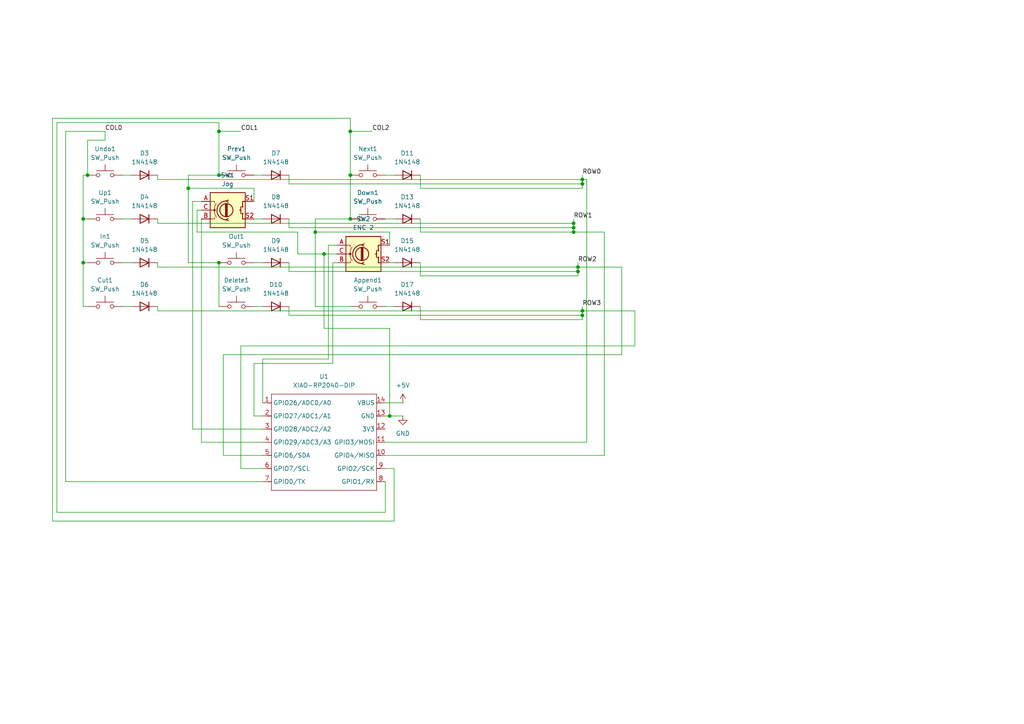
<source format=kicad_sch>
(kicad_sch
	(version 20250114)
	(generator "eeschema")
	(generator_version "9.0")
	(uuid "abfe19b6-8868-4033-bc74-a22a3e973161")
	(paper "A4")
	(lib_symbols
		(symbol "Device:RotaryEncoder_Switch"
			(pin_names
				(offset 0.254)
				(hide yes)
			)
			(exclude_from_sim no)
			(in_bom yes)
			(on_board yes)
			(property "Reference" "SW"
				(at 0 6.604 0)
				(effects
					(font
						(size 1.27 1.27)
					)
				)
			)
			(property "Value" "RotaryEncoder_Switch"
				(at 0 -6.604 0)
				(effects
					(font
						(size 1.27 1.27)
					)
				)
			)
			(property "Footprint" ""
				(at -3.81 4.064 0)
				(effects
					(font
						(size 1.27 1.27)
					)
					(hide yes)
				)
			)
			(property "Datasheet" "~"
				(at 0 6.604 0)
				(effects
					(font
						(size 1.27 1.27)
					)
					(hide yes)
				)
			)
			(property "Description" "Rotary encoder, dual channel, incremental quadrate outputs, with switch"
				(at 0 0 0)
				(effects
					(font
						(size 1.27 1.27)
					)
					(hide yes)
				)
			)
			(property "ki_keywords" "rotary switch encoder switch push button"
				(at 0 0 0)
				(effects
					(font
						(size 1.27 1.27)
					)
					(hide yes)
				)
			)
			(property "ki_fp_filters" "RotaryEncoder*Switch*"
				(at 0 0 0)
				(effects
					(font
						(size 1.27 1.27)
					)
					(hide yes)
				)
			)
			(symbol "RotaryEncoder_Switch_0_1"
				(rectangle
					(start -5.08 5.08)
					(end 5.08 -5.08)
					(stroke
						(width 0.254)
						(type default)
					)
					(fill
						(type background)
					)
				)
				(polyline
					(pts
						(xy -5.08 2.54) (xy -3.81 2.54) (xy -3.81 2.032)
					)
					(stroke
						(width 0)
						(type default)
					)
					(fill
						(type none)
					)
				)
				(polyline
					(pts
						(xy -5.08 0) (xy -3.81 0) (xy -3.81 -1.016) (xy -3.302 -2.032)
					)
					(stroke
						(width 0)
						(type default)
					)
					(fill
						(type none)
					)
				)
				(polyline
					(pts
						(xy -5.08 -2.54) (xy -3.81 -2.54) (xy -3.81 -2.032)
					)
					(stroke
						(width 0)
						(type default)
					)
					(fill
						(type none)
					)
				)
				(polyline
					(pts
						(xy -4.318 0) (xy -3.81 0) (xy -3.81 1.016) (xy -3.302 2.032)
					)
					(stroke
						(width 0)
						(type default)
					)
					(fill
						(type none)
					)
				)
				(circle
					(center -3.81 0)
					(radius 0.254)
					(stroke
						(width 0)
						(type default)
					)
					(fill
						(type outline)
					)
				)
				(polyline
					(pts
						(xy -0.635 -1.778) (xy -0.635 1.778)
					)
					(stroke
						(width 0.254)
						(type default)
					)
					(fill
						(type none)
					)
				)
				(circle
					(center -0.381 0)
					(radius 1.905)
					(stroke
						(width 0.254)
						(type default)
					)
					(fill
						(type none)
					)
				)
				(polyline
					(pts
						(xy -0.381 -1.778) (xy -0.381 1.778)
					)
					(stroke
						(width 0.254)
						(type default)
					)
					(fill
						(type none)
					)
				)
				(arc
					(start -0.381 -2.794)
					(mid -3.0988 -0.0635)
					(end -0.381 2.667)
					(stroke
						(width 0.254)
						(type default)
					)
					(fill
						(type none)
					)
				)
				(polyline
					(pts
						(xy -0.127 1.778) (xy -0.127 -1.778)
					)
					(stroke
						(width 0.254)
						(type default)
					)
					(fill
						(type none)
					)
				)
				(polyline
					(pts
						(xy 0.254 2.921) (xy -0.508 2.667) (xy 0.127 2.286)
					)
					(stroke
						(width 0.254)
						(type default)
					)
					(fill
						(type none)
					)
				)
				(polyline
					(pts
						(xy 0.254 -3.048) (xy -0.508 -2.794) (xy 0.127 -2.413)
					)
					(stroke
						(width 0.254)
						(type default)
					)
					(fill
						(type none)
					)
				)
				(polyline
					(pts
						(xy 3.81 1.016) (xy 3.81 -1.016)
					)
					(stroke
						(width 0.254)
						(type default)
					)
					(fill
						(type none)
					)
				)
				(polyline
					(pts
						(xy 3.81 0) (xy 3.429 0)
					)
					(stroke
						(width 0.254)
						(type default)
					)
					(fill
						(type none)
					)
				)
				(circle
					(center 4.318 1.016)
					(radius 0.127)
					(stroke
						(width 0.254)
						(type default)
					)
					(fill
						(type none)
					)
				)
				(circle
					(center 4.318 -1.016)
					(radius 0.127)
					(stroke
						(width 0.254)
						(type default)
					)
					(fill
						(type none)
					)
				)
				(polyline
					(pts
						(xy 5.08 2.54) (xy 4.318 2.54) (xy 4.318 1.016)
					)
					(stroke
						(width 0.254)
						(type default)
					)
					(fill
						(type none)
					)
				)
				(polyline
					(pts
						(xy 5.08 -2.54) (xy 4.318 -2.54) (xy 4.318 -1.016)
					)
					(stroke
						(width 0.254)
						(type default)
					)
					(fill
						(type none)
					)
				)
			)
			(symbol "RotaryEncoder_Switch_1_1"
				(pin passive line
					(at -7.62 2.54 0)
					(length 2.54)
					(name "A"
						(effects
							(font
								(size 1.27 1.27)
							)
						)
					)
					(number "A"
						(effects
							(font
								(size 1.27 1.27)
							)
						)
					)
				)
				(pin passive line
					(at -7.62 0 0)
					(length 2.54)
					(name "C"
						(effects
							(font
								(size 1.27 1.27)
							)
						)
					)
					(number "C"
						(effects
							(font
								(size 1.27 1.27)
							)
						)
					)
				)
				(pin passive line
					(at -7.62 -2.54 0)
					(length 2.54)
					(name "B"
						(effects
							(font
								(size 1.27 1.27)
							)
						)
					)
					(number "B"
						(effects
							(font
								(size 1.27 1.27)
							)
						)
					)
				)
				(pin passive line
					(at 7.62 2.54 180)
					(length 2.54)
					(name "S1"
						(effects
							(font
								(size 1.27 1.27)
							)
						)
					)
					(number "S1"
						(effects
							(font
								(size 1.27 1.27)
							)
						)
					)
				)
				(pin passive line
					(at 7.62 -2.54 180)
					(length 2.54)
					(name "S2"
						(effects
							(font
								(size 1.27 1.27)
							)
						)
					)
					(number "S2"
						(effects
							(font
								(size 1.27 1.27)
							)
						)
					)
				)
			)
			(embedded_fonts no)
		)
		(symbol "Diode:1N4148"
			(pin_numbers
				(hide yes)
			)
			(pin_names
				(hide yes)
			)
			(exclude_from_sim no)
			(in_bom yes)
			(on_board yes)
			(property "Reference" "D"
				(at 0 2.54 0)
				(effects
					(font
						(size 1.27 1.27)
					)
				)
			)
			(property "Value" "1N4148"
				(at 0 -2.54 0)
				(effects
					(font
						(size 1.27 1.27)
					)
				)
			)
			(property "Footprint" "Diode_THT:D_DO-35_SOD27_P7.62mm_Horizontal"
				(at 0 0 0)
				(effects
					(font
						(size 1.27 1.27)
					)
					(hide yes)
				)
			)
			(property "Datasheet" "https://assets.nexperia.com/documents/data-sheet/1N4148_1N4448.pdf"
				(at 0 0 0)
				(effects
					(font
						(size 1.27 1.27)
					)
					(hide yes)
				)
			)
			(property "Description" "100V 0.15A standard switching diode, DO-35"
				(at 0 0 0)
				(effects
					(font
						(size 1.27 1.27)
					)
					(hide yes)
				)
			)
			(property "Sim.Device" "D"
				(at 0 0 0)
				(effects
					(font
						(size 1.27 1.27)
					)
					(hide yes)
				)
			)
			(property "Sim.Pins" "1=K 2=A"
				(at 0 0 0)
				(effects
					(font
						(size 1.27 1.27)
					)
					(hide yes)
				)
			)
			(property "ki_keywords" "diode"
				(at 0 0 0)
				(effects
					(font
						(size 1.27 1.27)
					)
					(hide yes)
				)
			)
			(property "ki_fp_filters" "D*DO?35*"
				(at 0 0 0)
				(effects
					(font
						(size 1.27 1.27)
					)
					(hide yes)
				)
			)
			(symbol "1N4148_0_1"
				(polyline
					(pts
						(xy -1.27 1.27) (xy -1.27 -1.27)
					)
					(stroke
						(width 0.254)
						(type default)
					)
					(fill
						(type none)
					)
				)
				(polyline
					(pts
						(xy 1.27 1.27) (xy 1.27 -1.27) (xy -1.27 0) (xy 1.27 1.27)
					)
					(stroke
						(width 0.254)
						(type default)
					)
					(fill
						(type none)
					)
				)
				(polyline
					(pts
						(xy 1.27 0) (xy -1.27 0)
					)
					(stroke
						(width 0)
						(type default)
					)
					(fill
						(type none)
					)
				)
			)
			(symbol "1N4148_1_1"
				(pin passive line
					(at -3.81 0 0)
					(length 2.54)
					(name "K"
						(effects
							(font
								(size 1.27 1.27)
							)
						)
					)
					(number "1"
						(effects
							(font
								(size 1.27 1.27)
							)
						)
					)
				)
				(pin passive line
					(at 3.81 0 180)
					(length 2.54)
					(name "A"
						(effects
							(font
								(size 1.27 1.27)
							)
						)
					)
					(number "2"
						(effects
							(font
								(size 1.27 1.27)
							)
						)
					)
				)
			)
			(embedded_fonts no)
		)
		(symbol "OPL Libary:XIAO-RP2040-DIP"
			(exclude_from_sim no)
			(in_bom yes)
			(on_board yes)
			(property "Reference" "U"
				(at 0 0 0)
				(effects
					(font
						(size 1.27 1.27)
					)
				)
			)
			(property "Value" "XIAO-RP2040-DIP"
				(at 5.334 -1.778 0)
				(effects
					(font
						(size 1.27 1.27)
					)
				)
			)
			(property "Footprint" "Module:MOUDLE14P-XIAO-DIP-SMD"
				(at 14.478 -32.258 0)
				(effects
					(font
						(size 1.27 1.27)
					)
					(hide yes)
				)
			)
			(property "Datasheet" ""
				(at 0 0 0)
				(effects
					(font
						(size 1.27 1.27)
					)
					(hide yes)
				)
			)
			(property "Description" ""
				(at 0 0 0)
				(effects
					(font
						(size 1.27 1.27)
					)
					(hide yes)
				)
			)
			(symbol "XIAO-RP2040-DIP_1_0"
				(polyline
					(pts
						(xy -1.27 -2.54) (xy 29.21 -2.54)
					)
					(stroke
						(width 0.1524)
						(type solid)
					)
					(fill
						(type none)
					)
				)
				(polyline
					(pts
						(xy -1.27 -5.08) (xy -2.54 -5.08)
					)
					(stroke
						(width 0.1524)
						(type solid)
					)
					(fill
						(type none)
					)
				)
				(polyline
					(pts
						(xy -1.27 -5.08) (xy -1.27 -2.54)
					)
					(stroke
						(width 0.1524)
						(type solid)
					)
					(fill
						(type none)
					)
				)
				(polyline
					(pts
						(xy -1.27 -8.89) (xy -2.54 -8.89)
					)
					(stroke
						(width 0.1524)
						(type solid)
					)
					(fill
						(type none)
					)
				)
				(polyline
					(pts
						(xy -1.27 -8.89) (xy -1.27 -5.08)
					)
					(stroke
						(width 0.1524)
						(type solid)
					)
					(fill
						(type none)
					)
				)
				(polyline
					(pts
						(xy -1.27 -12.7) (xy -2.54 -12.7)
					)
					(stroke
						(width 0.1524)
						(type solid)
					)
					(fill
						(type none)
					)
				)
				(polyline
					(pts
						(xy -1.27 -12.7) (xy -1.27 -8.89)
					)
					(stroke
						(width 0.1524)
						(type solid)
					)
					(fill
						(type none)
					)
				)
				(polyline
					(pts
						(xy -1.27 -16.51) (xy -2.54 -16.51)
					)
					(stroke
						(width 0.1524)
						(type solid)
					)
					(fill
						(type none)
					)
				)
				(polyline
					(pts
						(xy -1.27 -16.51) (xy -1.27 -12.7)
					)
					(stroke
						(width 0.1524)
						(type solid)
					)
					(fill
						(type none)
					)
				)
				(polyline
					(pts
						(xy -1.27 -20.32) (xy -2.54 -20.32)
					)
					(stroke
						(width 0.1524)
						(type solid)
					)
					(fill
						(type none)
					)
				)
				(polyline
					(pts
						(xy -1.27 -24.13) (xy -2.54 -24.13)
					)
					(stroke
						(width 0.1524)
						(type solid)
					)
					(fill
						(type none)
					)
				)
				(polyline
					(pts
						(xy -1.27 -27.94) (xy -2.54 -27.94)
					)
					(stroke
						(width 0.1524)
						(type solid)
					)
					(fill
						(type none)
					)
				)
				(polyline
					(pts
						(xy -1.27 -30.48) (xy -1.27 -16.51)
					)
					(stroke
						(width 0.1524)
						(type solid)
					)
					(fill
						(type none)
					)
				)
				(polyline
					(pts
						(xy 29.21 -2.54) (xy 29.21 -5.08)
					)
					(stroke
						(width 0.1524)
						(type solid)
					)
					(fill
						(type none)
					)
				)
				(polyline
					(pts
						(xy 29.21 -5.08) (xy 29.21 -8.89)
					)
					(stroke
						(width 0.1524)
						(type solid)
					)
					(fill
						(type none)
					)
				)
				(polyline
					(pts
						(xy 29.21 -8.89) (xy 29.21 -12.7)
					)
					(stroke
						(width 0.1524)
						(type solid)
					)
					(fill
						(type none)
					)
				)
				(polyline
					(pts
						(xy 29.21 -12.7) (xy 29.21 -30.48)
					)
					(stroke
						(width 0.1524)
						(type solid)
					)
					(fill
						(type none)
					)
				)
				(polyline
					(pts
						(xy 29.21 -30.48) (xy -1.27 -30.48)
					)
					(stroke
						(width 0.1524)
						(type solid)
					)
					(fill
						(type none)
					)
				)
				(polyline
					(pts
						(xy 30.48 -5.08) (xy 29.21 -5.08)
					)
					(stroke
						(width 0.1524)
						(type solid)
					)
					(fill
						(type none)
					)
				)
				(polyline
					(pts
						(xy 30.48 -8.89) (xy 29.21 -8.89)
					)
					(stroke
						(width 0.1524)
						(type solid)
					)
					(fill
						(type none)
					)
				)
				(polyline
					(pts
						(xy 30.48 -12.7) (xy 29.21 -12.7)
					)
					(stroke
						(width 0.1524)
						(type solid)
					)
					(fill
						(type none)
					)
				)
				(polyline
					(pts
						(xy 30.48 -16.51) (xy 29.21 -16.51)
					)
					(stroke
						(width 0.1524)
						(type solid)
					)
					(fill
						(type none)
					)
				)
				(polyline
					(pts
						(xy 30.48 -20.32) (xy 29.21 -20.32)
					)
					(stroke
						(width 0.1524)
						(type solid)
					)
					(fill
						(type none)
					)
				)
				(polyline
					(pts
						(xy 30.48 -24.13) (xy 29.21 -24.13)
					)
					(stroke
						(width 0.1524)
						(type solid)
					)
					(fill
						(type none)
					)
				)
				(polyline
					(pts
						(xy 30.48 -27.94) (xy 29.21 -27.94)
					)
					(stroke
						(width 0.1524)
						(type solid)
					)
					(fill
						(type none)
					)
				)
				(pin passive line
					(at -3.81 -5.08 0)
					(length 2.54)
					(name "GPIO26/ADC0/A0"
						(effects
							(font
								(size 1.27 1.27)
							)
						)
					)
					(number "1"
						(effects
							(font
								(size 1.27 1.27)
							)
						)
					)
				)
				(pin passive line
					(at -3.81 -8.89 0)
					(length 2.54)
					(name "GPIO27/ADC1/A1"
						(effects
							(font
								(size 1.27 1.27)
							)
						)
					)
					(number "2"
						(effects
							(font
								(size 1.27 1.27)
							)
						)
					)
				)
				(pin passive line
					(at -3.81 -12.7 0)
					(length 2.54)
					(name "GPIO28/ADC2/A2"
						(effects
							(font
								(size 1.27 1.27)
							)
						)
					)
					(number "3"
						(effects
							(font
								(size 1.27 1.27)
							)
						)
					)
				)
				(pin passive line
					(at -3.81 -16.51 0)
					(length 2.54)
					(name "GPIO29/ADC3/A3"
						(effects
							(font
								(size 1.27 1.27)
							)
						)
					)
					(number "4"
						(effects
							(font
								(size 1.27 1.27)
							)
						)
					)
				)
				(pin passive line
					(at -3.81 -20.32 0)
					(length 2.54)
					(name "GPIO6/SDA"
						(effects
							(font
								(size 1.27 1.27)
							)
						)
					)
					(number "5"
						(effects
							(font
								(size 1.27 1.27)
							)
						)
					)
				)
				(pin passive line
					(at -3.81 -24.13 0)
					(length 2.54)
					(name "GPIO7/SCL"
						(effects
							(font
								(size 1.27 1.27)
							)
						)
					)
					(number "6"
						(effects
							(font
								(size 1.27 1.27)
							)
						)
					)
				)
				(pin passive line
					(at -3.81 -27.94 0)
					(length 2.54)
					(name "GPIO0/TX"
						(effects
							(font
								(size 1.27 1.27)
							)
						)
					)
					(number "7"
						(effects
							(font
								(size 1.27 1.27)
							)
						)
					)
				)
				(pin passive line
					(at 31.75 -5.08 180)
					(length 2.54)
					(name "VBUS"
						(effects
							(font
								(size 1.27 1.27)
							)
						)
					)
					(number "14"
						(effects
							(font
								(size 1.27 1.27)
							)
						)
					)
				)
				(pin passive line
					(at 31.75 -8.89 180)
					(length 2.54)
					(name "GND"
						(effects
							(font
								(size 1.27 1.27)
							)
						)
					)
					(number "13"
						(effects
							(font
								(size 1.27 1.27)
							)
						)
					)
				)
				(pin passive line
					(at 31.75 -12.7 180)
					(length 2.54)
					(name "3V3"
						(effects
							(font
								(size 1.27 1.27)
							)
						)
					)
					(number "12"
						(effects
							(font
								(size 1.27 1.27)
							)
						)
					)
				)
				(pin passive line
					(at 31.75 -16.51 180)
					(length 2.54)
					(name "GPIO3/MOSI"
						(effects
							(font
								(size 1.27 1.27)
							)
						)
					)
					(number "11"
						(effects
							(font
								(size 1.27 1.27)
							)
						)
					)
				)
				(pin passive line
					(at 31.75 -20.32 180)
					(length 2.54)
					(name "GPIO4/MISO"
						(effects
							(font
								(size 1.27 1.27)
							)
						)
					)
					(number "10"
						(effects
							(font
								(size 1.27 1.27)
							)
						)
					)
				)
				(pin passive line
					(at 31.75 -24.13 180)
					(length 2.54)
					(name "GPIO2/SCK"
						(effects
							(font
								(size 1.27 1.27)
							)
						)
					)
					(number "9"
						(effects
							(font
								(size 1.27 1.27)
							)
						)
					)
				)
				(pin passive line
					(at 31.75 -27.94 180)
					(length 2.54)
					(name "GPIO1/RX"
						(effects
							(font
								(size 1.27 1.27)
							)
						)
					)
					(number "8"
						(effects
							(font
								(size 1.27 1.27)
							)
						)
					)
				)
			)
			(embedded_fonts no)
		)
		(symbol "Switch:SW_Push"
			(pin_numbers
				(hide yes)
			)
			(pin_names
				(offset 1.016)
				(hide yes)
			)
			(exclude_from_sim no)
			(in_bom yes)
			(on_board yes)
			(property "Reference" "SW"
				(at 1.27 2.54 0)
				(effects
					(font
						(size 1.27 1.27)
					)
					(justify left)
				)
			)
			(property "Value" "SW_Push"
				(at 0 -1.524 0)
				(effects
					(font
						(size 1.27 1.27)
					)
				)
			)
			(property "Footprint" ""
				(at 0 5.08 0)
				(effects
					(font
						(size 1.27 1.27)
					)
					(hide yes)
				)
			)
			(property "Datasheet" "~"
				(at 0 5.08 0)
				(effects
					(font
						(size 1.27 1.27)
					)
					(hide yes)
				)
			)
			(property "Description" "Push button switch, generic, two pins"
				(at 0 0 0)
				(effects
					(font
						(size 1.27 1.27)
					)
					(hide yes)
				)
			)
			(property "ki_keywords" "switch normally-open pushbutton push-button"
				(at 0 0 0)
				(effects
					(font
						(size 1.27 1.27)
					)
					(hide yes)
				)
			)
			(symbol "SW_Push_0_1"
				(circle
					(center -2.032 0)
					(radius 0.508)
					(stroke
						(width 0)
						(type default)
					)
					(fill
						(type none)
					)
				)
				(polyline
					(pts
						(xy 0 1.27) (xy 0 3.048)
					)
					(stroke
						(width 0)
						(type default)
					)
					(fill
						(type none)
					)
				)
				(circle
					(center 2.032 0)
					(radius 0.508)
					(stroke
						(width 0)
						(type default)
					)
					(fill
						(type none)
					)
				)
				(polyline
					(pts
						(xy 2.54 1.27) (xy -2.54 1.27)
					)
					(stroke
						(width 0)
						(type default)
					)
					(fill
						(type none)
					)
				)
				(pin passive line
					(at -5.08 0 0)
					(length 2.54)
					(name "1"
						(effects
							(font
								(size 1.27 1.27)
							)
						)
					)
					(number "1"
						(effects
							(font
								(size 1.27 1.27)
							)
						)
					)
				)
				(pin passive line
					(at 5.08 0 180)
					(length 2.54)
					(name "2"
						(effects
							(font
								(size 1.27 1.27)
							)
						)
					)
					(number "2"
						(effects
							(font
								(size 1.27 1.27)
							)
						)
					)
				)
			)
			(embedded_fonts no)
		)
		(symbol "power:+5V"
			(power)
			(pin_numbers
				(hide yes)
			)
			(pin_names
				(offset 0)
				(hide yes)
			)
			(exclude_from_sim no)
			(in_bom yes)
			(on_board yes)
			(property "Reference" "#PWR"
				(at 0 -3.81 0)
				(effects
					(font
						(size 1.27 1.27)
					)
					(hide yes)
				)
			)
			(property "Value" "+5V"
				(at 0 3.556 0)
				(effects
					(font
						(size 1.27 1.27)
					)
				)
			)
			(property "Footprint" ""
				(at 0 0 0)
				(effects
					(font
						(size 1.27 1.27)
					)
					(hide yes)
				)
			)
			(property "Datasheet" ""
				(at 0 0 0)
				(effects
					(font
						(size 1.27 1.27)
					)
					(hide yes)
				)
			)
			(property "Description" "Power symbol creates a global label with name \"+5V\""
				(at 0 0 0)
				(effects
					(font
						(size 1.27 1.27)
					)
					(hide yes)
				)
			)
			(property "ki_keywords" "global power"
				(at 0 0 0)
				(effects
					(font
						(size 1.27 1.27)
					)
					(hide yes)
				)
			)
			(symbol "+5V_0_1"
				(polyline
					(pts
						(xy -0.762 1.27) (xy 0 2.54)
					)
					(stroke
						(width 0)
						(type default)
					)
					(fill
						(type none)
					)
				)
				(polyline
					(pts
						(xy 0 2.54) (xy 0.762 1.27)
					)
					(stroke
						(width 0)
						(type default)
					)
					(fill
						(type none)
					)
				)
				(polyline
					(pts
						(xy 0 0) (xy 0 2.54)
					)
					(stroke
						(width 0)
						(type default)
					)
					(fill
						(type none)
					)
				)
			)
			(symbol "+5V_1_1"
				(pin power_in line
					(at 0 0 90)
					(length 0)
					(name "~"
						(effects
							(font
								(size 1.27 1.27)
							)
						)
					)
					(number "1"
						(effects
							(font
								(size 1.27 1.27)
							)
						)
					)
				)
			)
			(embedded_fonts no)
		)
		(symbol "power:GND"
			(power)
			(pin_numbers
				(hide yes)
			)
			(pin_names
				(offset 0)
				(hide yes)
			)
			(exclude_from_sim no)
			(in_bom yes)
			(on_board yes)
			(property "Reference" "#PWR"
				(at 0 -6.35 0)
				(effects
					(font
						(size 1.27 1.27)
					)
					(hide yes)
				)
			)
			(property "Value" "GND"
				(at 0 -3.81 0)
				(effects
					(font
						(size 1.27 1.27)
					)
				)
			)
			(property "Footprint" ""
				(at 0 0 0)
				(effects
					(font
						(size 1.27 1.27)
					)
					(hide yes)
				)
			)
			(property "Datasheet" ""
				(at 0 0 0)
				(effects
					(font
						(size 1.27 1.27)
					)
					(hide yes)
				)
			)
			(property "Description" "Power symbol creates a global label with name \"GND\" , ground"
				(at 0 0 0)
				(effects
					(font
						(size 1.27 1.27)
					)
					(hide yes)
				)
			)
			(property "ki_keywords" "global power"
				(at 0 0 0)
				(effects
					(font
						(size 1.27 1.27)
					)
					(hide yes)
				)
			)
			(symbol "GND_0_1"
				(polyline
					(pts
						(xy 0 0) (xy 0 -1.27) (xy 1.27 -1.27) (xy 0 -2.54) (xy -1.27 -1.27) (xy 0 -1.27)
					)
					(stroke
						(width 0)
						(type default)
					)
					(fill
						(type none)
					)
				)
			)
			(symbol "GND_1_1"
				(pin power_in line
					(at 0 0 270)
					(length 0)
					(name "~"
						(effects
							(font
								(size 1.27 1.27)
							)
						)
					)
					(number "1"
						(effects
							(font
								(size 1.27 1.27)
							)
						)
					)
				)
			)
			(embedded_fonts no)
		)
	)
	(junction
		(at 168.91 52.07)
		(diameter 0)
		(color 0 0 0 0)
		(uuid "188cb176-234d-4470-a5bb-de1a14ba7796")
	)
	(junction
		(at 24.13 63.5)
		(diameter 0)
		(color 0 0 0 0)
		(uuid "1ab59bc0-927c-40e1-90f8-7b84bbaffe22")
	)
	(junction
		(at 54.61 54.61)
		(diameter 0)
		(color 0 0 0 0)
		(uuid "315b06eb-f5e8-4895-8d59-6f6057b107b1")
	)
	(junction
		(at 167.64 77.47)
		(diameter 0)
		(color 0 0 0 0)
		(uuid "32b0c2b9-7f7a-4471-98c7-2899ab86aa66")
	)
	(junction
		(at 93.98 73.66)
		(diameter 0)
		(color 0 0 0 0)
		(uuid "393a7007-9f7f-4123-8da3-066751fa3291")
	)
	(junction
		(at 63.5 38.1)
		(diameter 0)
		(color 0 0 0 0)
		(uuid "3b35c0c1-b5d6-4a1d-950c-d78ed2daf8fa")
	)
	(junction
		(at 166.37 64.77)
		(diameter 0)
		(color 0 0 0 0)
		(uuid "4aa8c532-e858-4f76-a0b3-84092ad957ee")
	)
	(junction
		(at 24.13 76.2)
		(diameter 0)
		(color 0 0 0 0)
		(uuid "4bb57ce1-e51e-4d8e-ae44-d5606baba851")
	)
	(junction
		(at 101.6 50.8)
		(diameter 0)
		(color 0 0 0 0)
		(uuid "5f087a5e-569d-46d9-93e0-a46644f61436")
	)
	(junction
		(at 166.37 67.31)
		(diameter 0)
		(color 0 0 0 0)
		(uuid "6e4bf689-9292-43c7-8d51-8d13b892cf44")
	)
	(junction
		(at 166.37 66.04)
		(diameter 0)
		(color 0 0 0 0)
		(uuid "8ba29a0f-c8d9-4416-876a-3f49c4a64ab7")
	)
	(junction
		(at 168.91 53.34)
		(diameter 0)
		(color 0 0 0 0)
		(uuid "96dc355d-b8c6-4719-a64b-a1cc27052e02")
	)
	(junction
		(at 113.03 120.65)
		(diameter 0)
		(color 0 0 0 0)
		(uuid "b3c0ec1c-6a2f-4a9f-a67a-0dcf439fa7a7")
	)
	(junction
		(at 167.64 78.74)
		(diameter 0)
		(color 0 0 0 0)
		(uuid "b78e3278-4756-4aab-a701-5bb3875cb485")
	)
	(junction
		(at 101.6 38.1)
		(diameter 0)
		(color 0 0 0 0)
		(uuid "b8684324-bb97-4f40-814f-5df5ef122016")
	)
	(junction
		(at 101.6 63.5)
		(diameter 0)
		(color 0 0 0 0)
		(uuid "bb9b1ced-8c4e-4297-8bd5-6bcdb0504cdf")
	)
	(junction
		(at 63.5 76.2)
		(diameter 0)
		(color 0 0 0 0)
		(uuid "ce0e62b8-c8d5-42ce-b192-8255f3434eeb")
	)
	(junction
		(at 91.44 67.31)
		(diameter 0)
		(color 0 0 0 0)
		(uuid "ced73a5e-8e72-489f-a433-afe07eee30b4")
	)
	(junction
		(at 168.91 91.44)
		(diameter 0)
		(color 0 0 0 0)
		(uuid "dc6cc527-e2a2-4c21-aaa0-c793e4bf4b44")
	)
	(junction
		(at 25.4 50.8)
		(diameter 0)
		(color 0 0 0 0)
		(uuid "dfd86b9c-5539-4ecd-8e6e-741383749359")
	)
	(junction
		(at 63.5 50.8)
		(diameter 0)
		(color 0 0 0 0)
		(uuid "e01b1064-d391-4074-a236-6020e0c10647")
	)
	(junction
		(at 168.91 90.17)
		(diameter 0)
		(color 0 0 0 0)
		(uuid "f6668c50-80b4-4bf0-8309-6e185966e451")
	)
	(wire
		(pts
			(xy 45.72 63.5) (xy 45.72 64.77)
		)
		(stroke
			(width 0)
			(type default)
		)
		(uuid "00391e96-9169-4030-9811-70942f208d90")
	)
	(wire
		(pts
			(xy 83.82 88.9) (xy 83.82 91.44)
		)
		(stroke
			(width 0)
			(type default)
		)
		(uuid "01631396-3a98-41ff-9212-4cf1bf8318de")
	)
	(wire
		(pts
			(xy 167.64 78.74) (xy 167.64 80.01)
		)
		(stroke
			(width 0)
			(type default)
		)
		(uuid "04b9aea6-8c54-4b66-ba01-87b4ab7e10ff")
	)
	(wire
		(pts
			(xy 114.3 135.89) (xy 114.3 151.13)
		)
		(stroke
			(width 0)
			(type default)
		)
		(uuid "04fa1347-a041-4d35-a3ef-1232e2763e34")
	)
	(wire
		(pts
			(xy 15.24 151.13) (xy 114.3 151.13)
		)
		(stroke
			(width 0)
			(type default)
		)
		(uuid "0500376b-2e41-49bd-9b75-31eacc17a050")
	)
	(wire
		(pts
			(xy 73.66 120.65) (xy 76.2 120.65)
		)
		(stroke
			(width 0)
			(type default)
		)
		(uuid "0b3ec4dd-6f50-474f-9281-860a5afa5b51")
	)
	(wire
		(pts
			(xy 166.37 64.77) (xy 166.37 66.04)
		)
		(stroke
			(width 0)
			(type default)
		)
		(uuid "0d7feceb-f5cc-4d14-8a2c-818c44e32013")
	)
	(wire
		(pts
			(xy 121.92 67.31) (xy 166.37 67.31)
		)
		(stroke
			(width 0)
			(type default)
		)
		(uuid "0e87687d-d407-4783-b68e-bd87b1851d84")
	)
	(wire
		(pts
			(xy 45.72 64.77) (xy 166.37 64.77)
		)
		(stroke
			(width 0)
			(type default)
		)
		(uuid "10fd5daa-b5d1-47d0-8fdc-a9b060c6c218")
	)
	(wire
		(pts
			(xy 168.91 90.17) (xy 168.91 91.44)
		)
		(stroke
			(width 0)
			(type default)
		)
		(uuid "165bf0f7-d297-4096-ae6b-6e43b3166cd1")
	)
	(wire
		(pts
			(xy 121.92 76.2) (xy 121.92 80.01)
		)
		(stroke
			(width 0)
			(type default)
		)
		(uuid "18a74453-424b-4308-9079-ba5b10f8ece9")
	)
	(wire
		(pts
			(xy 30.48 40.64) (xy 25.4 40.64)
		)
		(stroke
			(width 0)
			(type default)
		)
		(uuid "1b62928d-b63e-4d85-9320-cc99b52c32a1")
	)
	(wire
		(pts
			(xy 54.61 54.61) (xy 73.66 54.61)
		)
		(stroke
			(width 0)
			(type default)
		)
		(uuid "1ca736ff-04ec-4e7b-b3f5-490576fde7c2")
	)
	(wire
		(pts
			(xy 113.03 67.31) (xy 113.03 71.12)
		)
		(stroke
			(width 0)
			(type default)
		)
		(uuid "1f8776a4-bc47-4b43-8338-caa267421afa")
	)
	(wire
		(pts
			(xy 57.15 60.96) (xy 58.42 60.96)
		)
		(stroke
			(width 0)
			(type default)
		)
		(uuid "1ffa2f6b-fe86-4ca0-ab5e-99a9a470db5d")
	)
	(wire
		(pts
			(xy 180.34 102.87) (xy 64.77 102.87)
		)
		(stroke
			(width 0)
			(type default)
		)
		(uuid "241787b3-f5a3-4240-8c61-3dfe185e8484")
	)
	(wire
		(pts
			(xy 111.76 116.84) (xy 116.84 116.84)
		)
		(stroke
			(width 0)
			(type default)
		)
		(uuid "24f6c814-8e7e-46e9-b89b-a80855e8526a")
	)
	(wire
		(pts
			(xy 54.61 50.8) (xy 63.5 50.8)
		)
		(stroke
			(width 0)
			(type default)
		)
		(uuid "265d16ff-0e9a-4abf-81f5-d2ee7a71d473")
	)
	(wire
		(pts
			(xy 97.79 71.12) (xy 95.25 71.12)
		)
		(stroke
			(width 0)
			(type default)
		)
		(uuid "2738a095-7931-4ebe-a8c9-3e8a009fbdeb")
	)
	(wire
		(pts
			(xy 111.76 120.65) (xy 113.03 120.65)
		)
		(stroke
			(width 0)
			(type default)
		)
		(uuid "27b84430-b9f1-4a55-886f-3ef3b28b086e")
	)
	(wire
		(pts
			(xy 69.85 38.1) (xy 63.5 38.1)
		)
		(stroke
			(width 0)
			(type default)
		)
		(uuid "2956df6b-2211-4cbb-8e5d-a5260af59e0d")
	)
	(wire
		(pts
			(xy 83.82 63.5) (xy 83.82 66.04)
		)
		(stroke
			(width 0)
			(type default)
		)
		(uuid "2a1bcb93-e09f-4caa-ae5c-2b0a3f4ad996")
	)
	(wire
		(pts
			(xy 45.72 88.9) (xy 45.72 90.17)
		)
		(stroke
			(width 0)
			(type default)
		)
		(uuid "2c6644e1-0599-438c-887a-6c20b66f8fba")
	)
	(wire
		(pts
			(xy 170.18 52.07) (xy 170.18 128.27)
		)
		(stroke
			(width 0)
			(type default)
		)
		(uuid "302a0235-c8e6-4330-9ade-0f7794905729")
	)
	(wire
		(pts
			(xy 121.92 63.5) (xy 121.92 67.31)
		)
		(stroke
			(width 0)
			(type default)
		)
		(uuid "306e5708-0bbb-46bc-ae1f-b0e96fe987a7")
	)
	(wire
		(pts
			(xy 24.13 63.5) (xy 24.13 76.2)
		)
		(stroke
			(width 0)
			(type default)
		)
		(uuid "312e4646-2a70-4d33-89ea-00e68444dc6d")
	)
	(wire
		(pts
			(xy 63.5 76.2) (xy 63.5 88.9)
		)
		(stroke
			(width 0)
			(type default)
		)
		(uuid "31f3c732-3e4f-4def-81bd-02d1b692eb25")
	)
	(wire
		(pts
			(xy 101.6 34.29) (xy 15.24 34.29)
		)
		(stroke
			(width 0)
			(type default)
		)
		(uuid "33dfb769-ee7f-4498-b702-3180d8ef6372")
	)
	(wire
		(pts
			(xy 167.64 76.2) (xy 167.64 77.47)
		)
		(stroke
			(width 0)
			(type default)
		)
		(uuid "38a00f37-020b-437e-8623-8d4606245a86")
	)
	(wire
		(pts
			(xy 93.98 73.66) (xy 97.79 73.66)
		)
		(stroke
			(width 0)
			(type default)
		)
		(uuid "3a9aa5dd-4bdd-4d07-aa5b-3576e7e54c9e")
	)
	(wire
		(pts
			(xy 76.2 104.14) (xy 76.2 116.84)
		)
		(stroke
			(width 0)
			(type default)
		)
		(uuid "3c1ebbc5-7491-43cd-90f7-ce51750de6cc")
	)
	(wire
		(pts
			(xy 121.92 50.8) (xy 121.92 54.61)
		)
		(stroke
			(width 0)
			(type default)
		)
		(uuid "402667b5-dbc2-4527-948c-429199136441")
	)
	(wire
		(pts
			(xy 58.42 58.42) (xy 55.88 58.42)
		)
		(stroke
			(width 0)
			(type default)
		)
		(uuid "40b9d8fb-7050-477f-9111-d708f3793fd0")
	)
	(wire
		(pts
			(xy 63.5 35.56) (xy 16.51 35.56)
		)
		(stroke
			(width 0)
			(type default)
		)
		(uuid "4347f557-d8ab-4cf3-9c8b-6f588f6a4d42")
	)
	(wire
		(pts
			(xy 35.56 88.9) (xy 38.1 88.9)
		)
		(stroke
			(width 0)
			(type default)
		)
		(uuid "4ad558ab-8dfe-458f-ad92-2ceb626c9230")
	)
	(wire
		(pts
			(xy 64.77 102.87) (xy 64.77 132.08)
		)
		(stroke
			(width 0)
			(type default)
		)
		(uuid "4b86854b-6262-44fd-a552-981fe51d728d")
	)
	(wire
		(pts
			(xy 175.26 132.08) (xy 111.76 132.08)
		)
		(stroke
			(width 0)
			(type default)
		)
		(uuid "4c2c99aa-7d6b-4a77-afae-d51e883f03cc")
	)
	(wire
		(pts
			(xy 111.76 88.9) (xy 114.3 88.9)
		)
		(stroke
			(width 0)
			(type default)
		)
		(uuid "505393ec-da5e-478a-a965-5f086c68c37a")
	)
	(wire
		(pts
			(xy 91.44 67.31) (xy 113.03 67.31)
		)
		(stroke
			(width 0)
			(type default)
		)
		(uuid "50b30eb6-d324-4b18-bec2-c13bdf577dd5")
	)
	(wire
		(pts
			(xy 83.82 91.44) (xy 168.91 91.44)
		)
		(stroke
			(width 0)
			(type default)
		)
		(uuid "520a13c3-1a35-4719-8a25-e84eb96726a1")
	)
	(wire
		(pts
			(xy 55.88 58.42) (xy 55.88 124.46)
		)
		(stroke
			(width 0)
			(type default)
		)
		(uuid "522ae1fc-41f3-4967-af40-0753177775a1")
	)
	(wire
		(pts
			(xy 168.91 53.34) (xy 168.91 54.61)
		)
		(stroke
			(width 0)
			(type default)
		)
		(uuid "5250ff5e-fd5a-4e38-9043-0958030c8747")
	)
	(wire
		(pts
			(xy 101.6 38.1) (xy 101.6 50.8)
		)
		(stroke
			(width 0)
			(type default)
		)
		(uuid "53595bc7-1be5-45a3-b9dc-2a64159ffee8")
	)
	(wire
		(pts
			(xy 30.48 38.1) (xy 30.48 40.64)
		)
		(stroke
			(width 0)
			(type default)
		)
		(uuid "54bb8fda-fbc6-41d6-9607-dd2e608b6537")
	)
	(wire
		(pts
			(xy 111.76 148.59) (xy 111.76 139.7)
		)
		(stroke
			(width 0)
			(type default)
		)
		(uuid "56411fde-0250-48fb-9fd2-8374fd667e93")
	)
	(wire
		(pts
			(xy 24.13 88.9) (xy 25.4 88.9)
		)
		(stroke
			(width 0)
			(type default)
		)
		(uuid "59338e77-7d02-41fa-9a26-35fe26737353")
	)
	(wire
		(pts
			(xy 91.44 63.5) (xy 101.6 63.5)
		)
		(stroke
			(width 0)
			(type default)
		)
		(uuid "5d80cb98-cbe6-41be-8675-b1a645984998")
	)
	(wire
		(pts
			(xy 69.85 100.33) (xy 69.85 135.89)
		)
		(stroke
			(width 0)
			(type default)
		)
		(uuid "5db52987-340d-402b-bf82-93421617625d")
	)
	(wire
		(pts
			(xy 58.42 128.27) (xy 76.2 128.27)
		)
		(stroke
			(width 0)
			(type default)
		)
		(uuid "5f2bb96f-420f-41a1-8953-fd3543c91e89")
	)
	(wire
		(pts
			(xy 45.72 90.17) (xy 168.91 90.17)
		)
		(stroke
			(width 0)
			(type default)
		)
		(uuid "5f3c2ebb-d016-490b-8ad1-ffc6aebcf32a")
	)
	(wire
		(pts
			(xy 83.82 78.74) (xy 167.64 78.74)
		)
		(stroke
			(width 0)
			(type default)
		)
		(uuid "5f5b348c-38e9-477e-a6ac-60cf3dbe4e1c")
	)
	(wire
		(pts
			(xy 86.36 67.31) (xy 57.15 67.31)
		)
		(stroke
			(width 0)
			(type default)
		)
		(uuid "5fe4f6ab-9fc3-40e6-835c-81a509fc6a72")
	)
	(wire
		(pts
			(xy 54.61 76.2) (xy 63.5 76.2)
		)
		(stroke
			(width 0)
			(type default)
		)
		(uuid "60dc768a-d253-4000-9b43-b0b220c5b37a")
	)
	(wire
		(pts
			(xy 35.56 76.2) (xy 38.1 76.2)
		)
		(stroke
			(width 0)
			(type default)
		)
		(uuid "642d7789-656d-40b8-9270-c03f98549fbe")
	)
	(wire
		(pts
			(xy 113.03 95.25) (xy 93.98 95.25)
		)
		(stroke
			(width 0)
			(type default)
		)
		(uuid "64f58cbc-da60-4195-b13d-970289c228c0")
	)
	(wire
		(pts
			(xy 175.26 67.31) (xy 175.26 132.08)
		)
		(stroke
			(width 0)
			(type default)
		)
		(uuid "65b06785-1a35-44b8-9a53-850ecfd044d3")
	)
	(wire
		(pts
			(xy 175.26 67.31) (xy 166.37 67.31)
		)
		(stroke
			(width 0)
			(type default)
		)
		(uuid "6651bbc2-bf45-44e5-beaf-8ee71f77374d")
	)
	(wire
		(pts
			(xy 19.05 139.7) (xy 76.2 139.7)
		)
		(stroke
			(width 0)
			(type default)
		)
		(uuid "682b32e7-7a61-4e09-9816-19c34ca9b185")
	)
	(wire
		(pts
			(xy 69.85 135.89) (xy 76.2 135.89)
		)
		(stroke
			(width 0)
			(type default)
		)
		(uuid "68ad1d76-d2c4-4bd3-b8f8-c64a0cff4dcd")
	)
	(wire
		(pts
			(xy 83.82 53.34) (xy 168.91 53.34)
		)
		(stroke
			(width 0)
			(type default)
		)
		(uuid "68cbae0a-fcfc-49a4-bd40-1d3adc8544c3")
	)
	(wire
		(pts
			(xy 168.91 90.17) (xy 184.15 90.17)
		)
		(stroke
			(width 0)
			(type default)
		)
		(uuid "69706eb4-158a-4173-a7f5-5427059d3629")
	)
	(wire
		(pts
			(xy 16.51 148.59) (xy 111.76 148.59)
		)
		(stroke
			(width 0)
			(type default)
		)
		(uuid "6b8e4154-3d8a-4e74-9168-09ff2cbb8371")
	)
	(wire
		(pts
			(xy 121.92 80.01) (xy 167.64 80.01)
		)
		(stroke
			(width 0)
			(type default)
		)
		(uuid "6bf36ddc-8486-4cc0-a78d-026bd59a2283")
	)
	(wire
		(pts
			(xy 121.92 54.61) (xy 168.91 54.61)
		)
		(stroke
			(width 0)
			(type default)
		)
		(uuid "6c8b1c45-7b14-4b61-a91d-42dd8dd2bf77")
	)
	(wire
		(pts
			(xy 25.4 40.64) (xy 25.4 50.8)
		)
		(stroke
			(width 0)
			(type default)
		)
		(uuid "6e1561dc-8380-44bd-86be-9fb779fe3a62")
	)
	(wire
		(pts
			(xy 24.13 63.5) (xy 25.4 63.5)
		)
		(stroke
			(width 0)
			(type default)
		)
		(uuid "6e803acd-3dfa-4cef-acd3-9d659ea807a5")
	)
	(wire
		(pts
			(xy 19.05 38.1) (xy 19.05 139.7)
		)
		(stroke
			(width 0)
			(type default)
		)
		(uuid "6e98bfa4-59a1-428d-aad4-25470b73ce5d")
	)
	(wire
		(pts
			(xy 114.3 135.89) (xy 111.76 135.89)
		)
		(stroke
			(width 0)
			(type default)
		)
		(uuid "6f39aec0-99da-4fc1-bb00-754d659b7ad0")
	)
	(wire
		(pts
			(xy 55.88 124.46) (xy 76.2 124.46)
		)
		(stroke
			(width 0)
			(type default)
		)
		(uuid "6f3e3eff-f4f7-4095-86b9-db3a0becca7a")
	)
	(wire
		(pts
			(xy 170.18 128.27) (xy 111.76 128.27)
		)
		(stroke
			(width 0)
			(type default)
		)
		(uuid "73fd79ae-fcd8-47d6-890c-bcda249f39d3")
	)
	(wire
		(pts
			(xy 35.56 50.8) (xy 38.1 50.8)
		)
		(stroke
			(width 0)
			(type default)
		)
		(uuid "74d98f64-1baa-444a-aa44-35adc08924e0")
	)
	(wire
		(pts
			(xy 83.82 50.8) (xy 83.82 53.34)
		)
		(stroke
			(width 0)
			(type default)
		)
		(uuid "75e22c15-aa76-4cb3-898d-444e716b5abd")
	)
	(wire
		(pts
			(xy 45.72 76.2) (xy 45.72 77.47)
		)
		(stroke
			(width 0)
			(type default)
		)
		(uuid "75ec3750-7120-49b6-9702-82fbc4dba29e")
	)
	(wire
		(pts
			(xy 96.52 76.2) (xy 96.52 105.41)
		)
		(stroke
			(width 0)
			(type default)
		)
		(uuid "76a8dc40-900a-4ed9-b71e-dc00725440bb")
	)
	(wire
		(pts
			(xy 168.91 88.9) (xy 168.91 90.17)
		)
		(stroke
			(width 0)
			(type default)
		)
		(uuid "785cdfe8-e2b4-4244-a46d-70df79a2da69")
	)
	(wire
		(pts
			(xy 121.92 88.9) (xy 121.92 92.71)
		)
		(stroke
			(width 0)
			(type default)
		)
		(uuid "78d334ca-01ad-49dd-af0c-08d38b398648")
	)
	(wire
		(pts
			(xy 101.6 38.1) (xy 101.6 34.29)
		)
		(stroke
			(width 0)
			(type default)
		)
		(uuid "892b9a07-be95-4bda-b4ea-b17c6eb62e2c")
	)
	(wire
		(pts
			(xy 113.03 120.65) (xy 113.03 95.25)
		)
		(stroke
			(width 0)
			(type default)
		)
		(uuid "8932db82-e942-4f3b-9aa7-e8e98cc6eb21")
	)
	(wire
		(pts
			(xy 111.76 63.5) (xy 114.3 63.5)
		)
		(stroke
			(width 0)
			(type default)
		)
		(uuid "8a7c66a5-a479-408d-b64d-b61c71148496")
	)
	(wire
		(pts
			(xy 54.61 50.8) (xy 54.61 54.61)
		)
		(stroke
			(width 0)
			(type default)
		)
		(uuid "8d50f0f6-b3a1-4421-b86c-044ee4a86c34")
	)
	(wire
		(pts
			(xy 184.15 100.33) (xy 69.85 100.33)
		)
		(stroke
			(width 0)
			(type default)
		)
		(uuid "8dcffddf-9af1-4286-b34d-717064d4e60f")
	)
	(wire
		(pts
			(xy 167.64 77.47) (xy 180.34 77.47)
		)
		(stroke
			(width 0)
			(type default)
		)
		(uuid "8f49d780-1a75-4036-a0ca-636f035fb442")
	)
	(wire
		(pts
			(xy 57.15 67.31) (xy 57.15 60.96)
		)
		(stroke
			(width 0)
			(type default)
		)
		(uuid "9127ad9d-7f24-45dd-b13d-4d84413a507a")
	)
	(wire
		(pts
			(xy 168.91 91.44) (xy 168.91 92.71)
		)
		(stroke
			(width 0)
			(type default)
		)
		(uuid "9221eb60-868f-4030-be66-d0b5b8d5d989")
	)
	(wire
		(pts
			(xy 184.15 90.17) (xy 184.15 100.33)
		)
		(stroke
			(width 0)
			(type default)
		)
		(uuid "931e7368-474f-4989-a5e6-b84b4dffa783")
	)
	(wire
		(pts
			(xy 101.6 50.8) (xy 101.6 63.5)
		)
		(stroke
			(width 0)
			(type default)
		)
		(uuid "95218367-713c-4466-bdf5-0ab3bd8cf027")
	)
	(wire
		(pts
			(xy 54.61 54.61) (xy 54.61 76.2)
		)
		(stroke
			(width 0)
			(type default)
		)
		(uuid "9b2f258d-ac49-4a57-ab32-1e7cdc7d518d")
	)
	(wire
		(pts
			(xy 73.66 63.5) (xy 76.2 63.5)
		)
		(stroke
			(width 0)
			(type default)
		)
		(uuid "9daff80e-6118-4d3a-a262-e504e861f3be")
	)
	(wire
		(pts
			(xy 95.25 104.14) (xy 76.2 104.14)
		)
		(stroke
			(width 0)
			(type default)
		)
		(uuid "9f63f8d6-3a93-4937-93b0-49d68645c9f2")
	)
	(wire
		(pts
			(xy 107.95 38.1) (xy 101.6 38.1)
		)
		(stroke
			(width 0)
			(type default)
		)
		(uuid "a3ca46c1-23b4-4d86-aee7-c17d05b8b0fb")
	)
	(wire
		(pts
			(xy 24.13 50.8) (xy 24.13 63.5)
		)
		(stroke
			(width 0)
			(type default)
		)
		(uuid "a3d369f8-d85f-46c9-bd89-4d47a8909a2b")
	)
	(wire
		(pts
			(xy 168.91 52.07) (xy 170.18 52.07)
		)
		(stroke
			(width 0)
			(type default)
		)
		(uuid "a62e6ff8-48f5-4755-869a-1f218555fccf")
	)
	(wire
		(pts
			(xy 95.25 71.12) (xy 95.25 104.14)
		)
		(stroke
			(width 0)
			(type default)
		)
		(uuid "a691db47-0842-4857-8810-87ca7ae64883")
	)
	(wire
		(pts
			(xy 93.98 73.66) (xy 86.36 73.66)
		)
		(stroke
			(width 0)
			(type default)
		)
		(uuid "a95c80a1-b713-4661-b1a7-ff655c157d62")
	)
	(wire
		(pts
			(xy 45.72 52.07) (xy 168.91 52.07)
		)
		(stroke
			(width 0)
			(type default)
		)
		(uuid "a9662712-1005-40e1-bd24-0c17ecc0b1ca")
	)
	(wire
		(pts
			(xy 91.44 88.9) (xy 101.6 88.9)
		)
		(stroke
			(width 0)
			(type default)
		)
		(uuid "ac0b0bee-945d-4fd6-b41e-297490b4cc44")
	)
	(wire
		(pts
			(xy 24.13 76.2) (xy 25.4 76.2)
		)
		(stroke
			(width 0)
			(type default)
		)
		(uuid "aca2d7d4-4cda-4b10-b4e1-96c3058a6f3d")
	)
	(wire
		(pts
			(xy 30.48 38.1) (xy 19.05 38.1)
		)
		(stroke
			(width 0)
			(type default)
		)
		(uuid "b65d838c-4026-4210-882b-b756a1bfa2d6")
	)
	(wire
		(pts
			(xy 83.82 76.2) (xy 83.82 78.74)
		)
		(stroke
			(width 0)
			(type default)
		)
		(uuid "b95adf26-2c69-4af9-b11a-aabf0713dbd8")
	)
	(wire
		(pts
			(xy 73.66 54.61) (xy 73.66 58.42)
		)
		(stroke
			(width 0)
			(type default)
		)
		(uuid "be721a99-ad4b-413b-b3cd-7f40250e20f2")
	)
	(wire
		(pts
			(xy 45.72 50.8) (xy 45.72 52.07)
		)
		(stroke
			(width 0)
			(type default)
		)
		(uuid "bf096cf2-c72f-48ba-ab78-5451b899b2a2")
	)
	(wire
		(pts
			(xy 113.03 76.2) (xy 114.3 76.2)
		)
		(stroke
			(width 0)
			(type default)
		)
		(uuid "c171457f-ab5a-4b0d-8def-f3bee1b6502d")
	)
	(wire
		(pts
			(xy 15.24 34.29) (xy 15.24 151.13)
		)
		(stroke
			(width 0)
			(type default)
		)
		(uuid "c6c5c942-594b-468d-b865-ee7aed075c89")
	)
	(wire
		(pts
			(xy 16.51 35.56) (xy 16.51 148.59)
		)
		(stroke
			(width 0)
			(type default)
		)
		(uuid "c904ce52-4ce3-4dc9-9b0c-65858385f682")
	)
	(wire
		(pts
			(xy 73.66 50.8) (xy 76.2 50.8)
		)
		(stroke
			(width 0)
			(type default)
		)
		(uuid "cb493356-e992-420b-a694-5a2e6a4d035d")
	)
	(wire
		(pts
			(xy 86.36 73.66) (xy 86.36 67.31)
		)
		(stroke
			(width 0)
			(type default)
		)
		(uuid "cc2b2c7a-1dc0-47f8-bf75-fd75ad535fb0")
	)
	(wire
		(pts
			(xy 180.34 77.47) (xy 180.34 102.87)
		)
		(stroke
			(width 0)
			(type default)
		)
		(uuid "cdef3ed2-9424-416b-9415-1f869e3fc736")
	)
	(wire
		(pts
			(xy 93.98 95.25) (xy 93.98 73.66)
		)
		(stroke
			(width 0)
			(type default)
		)
		(uuid "ce219e9c-c06a-4268-86a3-ad5f5ea7313b")
	)
	(wire
		(pts
			(xy 91.44 63.5) (xy 91.44 67.31)
		)
		(stroke
			(width 0)
			(type default)
		)
		(uuid "ce6897bf-1661-4ecf-ac46-8370268fea3a")
	)
	(wire
		(pts
			(xy 73.66 76.2) (xy 76.2 76.2)
		)
		(stroke
			(width 0)
			(type default)
		)
		(uuid "cf2d3301-a001-4901-aef1-5d2106f9a5d9")
	)
	(wire
		(pts
			(xy 63.5 38.1) (xy 63.5 50.8)
		)
		(stroke
			(width 0)
			(type default)
		)
		(uuid "cfb235c2-8632-4b80-8ca2-2c0629bda1da")
	)
	(wire
		(pts
			(xy 25.4 50.8) (xy 24.13 50.8)
		)
		(stroke
			(width 0)
			(type default)
		)
		(uuid "d16ff5e1-76bd-4abe-918b-f987a961e61b")
	)
	(wire
		(pts
			(xy 96.52 105.41) (xy 73.66 105.41)
		)
		(stroke
			(width 0)
			(type default)
		)
		(uuid "d41bfc37-079d-4f34-a128-bad7bab3b2c0")
	)
	(wire
		(pts
			(xy 63.5 38.1) (xy 63.5 35.56)
		)
		(stroke
			(width 0)
			(type default)
		)
		(uuid "d54c2413-5362-4750-b7d1-dfc749e11215")
	)
	(wire
		(pts
			(xy 24.13 76.2) (xy 24.13 88.9)
		)
		(stroke
			(width 0)
			(type default)
		)
		(uuid "d5fdf7b1-4486-40a0-a3cc-68d3775cf776")
	)
	(wire
		(pts
			(xy 167.64 77.47) (xy 167.64 78.74)
		)
		(stroke
			(width 0)
			(type default)
		)
		(uuid "d6f22565-ff9c-424f-80a8-8afde8d8dde4")
	)
	(wire
		(pts
			(xy 45.72 77.47) (xy 167.64 77.47)
		)
		(stroke
			(width 0)
			(type default)
		)
		(uuid "dc6fd6fd-7957-4daf-a1c1-a34199497c0f")
	)
	(wire
		(pts
			(xy 83.82 66.04) (xy 166.37 66.04)
		)
		(stroke
			(width 0)
			(type default)
		)
		(uuid "de27a924-d093-4ef1-84e3-23904e7f3c77")
	)
	(wire
		(pts
			(xy 97.79 76.2) (xy 96.52 76.2)
		)
		(stroke
			(width 0)
			(type default)
		)
		(uuid "dea3f40c-ae42-42e3-84b5-bd43efda0bd0")
	)
	(wire
		(pts
			(xy 35.56 63.5) (xy 38.1 63.5)
		)
		(stroke
			(width 0)
			(type default)
		)
		(uuid "e0a33501-bd43-4d9a-8aea-314e1f878ad9")
	)
	(wire
		(pts
			(xy 58.42 63.5) (xy 58.42 128.27)
		)
		(stroke
			(width 0)
			(type default)
		)
		(uuid "e1cbd472-3796-456e-8db7-426a00eff8f2")
	)
	(wire
		(pts
			(xy 166.37 66.04) (xy 166.37 67.31)
		)
		(stroke
			(width 0)
			(type default)
		)
		(uuid "e4f94535-b5ae-4d91-8056-070dfd9b531f")
	)
	(wire
		(pts
			(xy 73.66 88.9) (xy 76.2 88.9)
		)
		(stroke
			(width 0)
			(type default)
		)
		(uuid "e9a14ca3-2f24-44bf-a0df-8dbca14c5a4b")
	)
	(wire
		(pts
			(xy 111.76 50.8) (xy 114.3 50.8)
		)
		(stroke
			(width 0)
			(type default)
		)
		(uuid "eac6d7bb-aa6e-4d4a-970e-ff5d7a071ba0")
	)
	(wire
		(pts
			(xy 168.91 50.8) (xy 168.91 52.07)
		)
		(stroke
			(width 0)
			(type default)
		)
		(uuid "ed41bd2d-f6e6-4043-8456-4567fb45910b")
	)
	(wire
		(pts
			(xy 64.77 132.08) (xy 76.2 132.08)
		)
		(stroke
			(width 0)
			(type default)
		)
		(uuid "f2dd700c-5f9a-46f5-a2d4-4b26a00c1609")
	)
	(wire
		(pts
			(xy 166.37 63.5) (xy 166.37 64.77)
		)
		(stroke
			(width 0)
			(type default)
		)
		(uuid "f695af54-6ca2-497f-9990-59265d522c3a")
	)
	(wire
		(pts
			(xy 168.91 52.07) (xy 168.91 53.34)
		)
		(stroke
			(width 0)
			(type default)
		)
		(uuid "f74ca2c1-49ac-4710-bc3f-560bc4d696d6")
	)
	(wire
		(pts
			(xy 121.92 92.71) (xy 168.91 92.71)
		)
		(stroke
			(width 0)
			(type default)
		)
		(uuid "f896443b-2a16-48b4-aeb7-ccf35a1949c3")
	)
	(wire
		(pts
			(xy 91.44 67.31) (xy 91.44 88.9)
		)
		(stroke
			(width 0)
			(type default)
		)
		(uuid "f9ab05ff-25f0-41bc-b6a0-29bf756d40b5")
	)
	(wire
		(pts
			(xy 113.03 120.65) (xy 116.84 120.65)
		)
		(stroke
			(width 0)
			(type default)
		)
		(uuid "fc239a70-30b3-4260-a4a0-6e0df9c06513")
	)
	(wire
		(pts
			(xy 73.66 105.41) (xy 73.66 120.65)
		)
		(stroke
			(width 0)
			(type default)
		)
		(uuid "fd4dc7f6-8429-43c4-8a8d-3677728201c5")
	)
	(label "ROW2"
		(at 167.64 76.2 0)
		(fields_autoplaced yes)
		(effects
			(font
				(size 1.27 1.27)
			)
			(justify left bottom)
		)
		(uuid "1a3a6d11-36bf-49a3-a5ad-843cf7186073")
		(property "Netclass" ""
			(at 167.64 77.47 0)
			(effects
				(font
					(size 1.27 1.27)
					(italic yes)
				)
				(justify left)
			)
		)
	)
	(label "ROW1"
		(at 166.37 63.5 0)
		(fields_autoplaced yes)
		(effects
			(font
				(size 1.27 1.27)
			)
			(justify left bottom)
		)
		(uuid "210a6f1d-1de6-4430-89a4-5ed5eaf695cd")
		(property "Netclass" ""
			(at 166.37 64.77 0)
			(effects
				(font
					(size 1.27 1.27)
					(italic yes)
				)
				(justify left)
			)
		)
	)
	(label "COL1"
		(at 69.85 38.1 0)
		(effects
			(font
				(size 1.27 1.27)
			)
			(justify left bottom)
		)
		(uuid "217323ef-0934-47ad-9d3d-8a180bac610c")
	)
	(label "ROW3"
		(at 168.91 88.9 0)
		(effects
			(font
				(size 1.27 1.27)
			)
			(justify left bottom)
		)
		(uuid "3b4bf5bd-de80-4da7-822b-737eaf97ead5")
	)
	(label "COL0"
		(at 30.48 38.1 0)
		(effects
			(font
				(size 1.27 1.27)
			)
			(justify left bottom)
		)
		(uuid "4d98e215-aa7c-4acd-83a8-52a9abc675b9")
	)
	(label "ROW0"
		(at 168.91 50.8 0)
		(fields_autoplaced yes)
		(effects
			(font
				(size 1.27 1.27)
			)
			(justify left bottom)
		)
		(uuid "8d870947-5e8d-408f-ad2a-6d7d8143ec55")
		(property "Netclass" ""
			(at 168.91 52.07 0)
			(effects
				(font
					(size 1.27 1.27)
					(italic yes)
				)
				(justify left)
			)
		)
	)
	(label "COL2"
		(at 107.95 38.1 0)
		(effects
			(font
				(size 1.27 1.27)
			)
			(justify left bottom)
		)
		(uuid "e17d0ea1-555f-497b-98d2-0cdace1e7fad")
	)
	(symbol
		(lib_id "Switch:SW_Push")
		(at 106.68 88.9 0)
		(unit 1)
		(exclude_from_sim no)
		(in_bom yes)
		(on_board yes)
		(dnp no)
		(fields_autoplaced yes)
		(uuid "06d841ff-87af-4748-8665-1ee446c625b1")
		(property "Reference" "Append1"
			(at 106.68 81.28 0)
			(effects
				(font
					(size 1.27 1.27)
				)
			)
		)
		(property "Value" "SW_Push"
			(at 106.68 83.82 0)
			(effects
				(font
					(size 1.27 1.27)
				)
			)
		)
		(property "Footprint" "Button_Switch_Keyboard:SW_Cherry_MX_1.00u_PCB"
			(at 106.68 83.82 0)
			(effects
				(font
					(size 1.27 1.27)
				)
				(hide yes)
			)
		)
		(property "Datasheet" "~"
			(at 106.68 83.82 0)
			(effects
				(font
					(size 1.27 1.27)
				)
				(hide yes)
			)
		)
		(property "Description" "Push button switch, generic, two pins"
			(at 106.68 88.9 0)
			(effects
				(font
					(size 1.27 1.27)
				)
				(hide yes)
			)
		)
		(pin "1"
			(uuid "cab05a35-0a6e-4115-aca3-41bda800397e")
		)
		(pin "2"
			(uuid "edec5c9f-8214-4b75-846b-5446e57f03c2")
		)
		(instances
			(project "pcb"
				(path "/abfe19b6-8868-4033-bc74-a22a3e973161"
					(reference "Append1")
					(unit 1)
				)
			)
		)
	)
	(symbol
		(lib_id "Device:RotaryEncoder_Switch")
		(at 66.04 60.96 0)
		(unit 1)
		(exclude_from_sim no)
		(in_bom yes)
		(on_board yes)
		(dnp no)
		(fields_autoplaced yes)
		(uuid "127e4975-6f18-466d-97ba-716d5db9ee22")
		(property "Reference" "SW1"
			(at 66.04 50.8 0)
			(effects
				(font
					(size 1.27 1.27)
				)
			)
		)
		(property "Value" "Jog"
			(at 66.04 53.34 0)
			(effects
				(font
					(size 1.27 1.27)
				)
			)
		)
		(property "Footprint" "Rotary_Encoder:RotaryEncoder_Alps_EC11E-Switch_Vertical_H20mm"
			(at 62.23 56.896 0)
			(effects
				(font
					(size 1.27 1.27)
				)
				(hide yes)
			)
		)
		(property "Datasheet" "~"
			(at 66.04 54.356 0)
			(effects
				(font
					(size 1.27 1.27)
				)
				(hide yes)
			)
		)
		(property "Description" "Rotary encoder, dual channel, incremental quadrate outputs, with switch"
			(at 66.04 60.96 0)
			(effects
				(font
					(size 1.27 1.27)
				)
				(hide yes)
			)
		)
		(pin "S1"
			(uuid "a19e9349-147b-4b04-a1a2-7c9011dc2e8a")
		)
		(pin "C"
			(uuid "e72dcc4d-d48d-4f29-9899-fbee24ae3a8a")
		)
		(pin "S2"
			(uuid "16053858-6ad7-41a5-b312-f3b4f6ead312")
		)
		(pin "B"
			(uuid "71258d3e-f9e1-4747-b37b-b8fa6a2324d1")
		)
		(pin "A"
			(uuid "6751631f-f9d0-4a53-9c26-8d6141f558f2")
		)
		(instances
			(project ""
				(path "/abfe19b6-8868-4033-bc74-a22a3e973161"
					(reference "SW1")
					(unit 1)
				)
			)
		)
	)
	(symbol
		(lib_id "Diode:1N4148")
		(at 118.11 63.5 0)
		(mirror y)
		(unit 1)
		(exclude_from_sim no)
		(in_bom yes)
		(on_board yes)
		(dnp no)
		(uuid "1e8e6e34-60dc-4732-a126-b0f64c5c9571")
		(property "Reference" "D13"
			(at 118.11 57.15 0)
			(effects
				(font
					(size 1.27 1.27)
				)
			)
		)
		(property "Value" "1N4148"
			(at 118.11 59.69 0)
			(effects
				(font
					(size 1.27 1.27)
				)
			)
		)
		(property "Footprint" "Diode_THT:D_DO-35_SOD27_P7.62mm_Horizontal"
			(at 118.11 63.5 0)
			(effects
				(font
					(size 1.27 1.27)
				)
				(hide yes)
			)
		)
		(property "Datasheet" "https://assets.nexperia.com/documents/data-sheet/1N4148_1N4448.pdf"
			(at 118.11 63.5 0)
			(effects
				(font
					(size 1.27 1.27)
				)
				(hide yes)
			)
		)
		(property "Description" "100V 0.15A standard switching diode, DO-35"
			(at 118.11 63.5 0)
			(effects
				(font
					(size 1.27 1.27)
				)
				(hide yes)
			)
		)
		(property "Sim.Device" "D"
			(at 118.11 63.5 0)
			(effects
				(font
					(size 1.27 1.27)
				)
				(hide yes)
			)
		)
		(property "Sim.Pins" "1=K 2=A"
			(at 118.11 63.5 0)
			(effects
				(font
					(size 1.27 1.27)
				)
				(hide yes)
			)
		)
		(pin "1"
			(uuid "fe0dcb0e-64d8-4d1a-865b-22fd919d0522")
		)
		(pin "2"
			(uuid "20af77ee-7321-4a80-a4b3-6f72bb7f0656")
		)
		(instances
			(project "pcb"
				(path "/abfe19b6-8868-4033-bc74-a22a3e973161"
					(reference "D13")
					(unit 1)
				)
			)
		)
	)
	(symbol
		(lib_id "Diode:1N4148")
		(at 41.91 88.9 0)
		(mirror y)
		(unit 1)
		(exclude_from_sim no)
		(in_bom yes)
		(on_board yes)
		(dnp no)
		(uuid "28f828b7-fc0a-414e-9f70-9593be88abf1")
		(property "Reference" "D6"
			(at 41.91 82.55 0)
			(effects
				(font
					(size 1.27 1.27)
				)
			)
		)
		(property "Value" "1N4148"
			(at 41.91 85.09 0)
			(effects
				(font
					(size 1.27 1.27)
				)
			)
		)
		(property "Footprint" "Diode_THT:D_DO-35_SOD27_P7.62mm_Horizontal"
			(at 41.91 88.9 0)
			(effects
				(font
					(size 1.27 1.27)
				)
				(hide yes)
			)
		)
		(property "Datasheet" "https://assets.nexperia.com/documents/data-sheet/1N4148_1N4448.pdf"
			(at 41.91 88.9 0)
			(effects
				(font
					(size 1.27 1.27)
				)
				(hide yes)
			)
		)
		(property "Description" "100V 0.15A standard switching diode, DO-35"
			(at 41.91 88.9 0)
			(effects
				(font
					(size 1.27 1.27)
				)
				(hide yes)
			)
		)
		(property "Sim.Device" "D"
			(at 41.91 88.9 0)
			(effects
				(font
					(size 1.27 1.27)
				)
				(hide yes)
			)
		)
		(property "Sim.Pins" "1=K 2=A"
			(at 41.91 88.9 0)
			(effects
				(font
					(size 1.27 1.27)
				)
				(hide yes)
			)
		)
		(pin "1"
			(uuid "8e29facf-f7d5-4abd-a1a8-3f7ec40a3ea5")
		)
		(pin "2"
			(uuid "5ecc6039-b2a6-4cd3-8200-0013dadb7a7b")
		)
		(instances
			(project "pcb"
				(path "/abfe19b6-8868-4033-bc74-a22a3e973161"
					(reference "D6")
					(unit 1)
				)
			)
		)
	)
	(symbol
		(lib_id "Diode:1N4148")
		(at 80.01 88.9 0)
		(mirror y)
		(unit 1)
		(exclude_from_sim no)
		(in_bom yes)
		(on_board yes)
		(dnp no)
		(uuid "3175dda1-ec5c-44f5-9a47-93a8c29af937")
		(property "Reference" "D10"
			(at 80.01 82.55 0)
			(effects
				(font
					(size 1.27 1.27)
				)
			)
		)
		(property "Value" "1N4148"
			(at 80.01 85.09 0)
			(effects
				(font
					(size 1.27 1.27)
				)
			)
		)
		(property "Footprint" "Diode_THT:D_DO-35_SOD27_P7.62mm_Horizontal"
			(at 80.01 88.9 0)
			(effects
				(font
					(size 1.27 1.27)
				)
				(hide yes)
			)
		)
		(property "Datasheet" "https://assets.nexperia.com/documents/data-sheet/1N4148_1N4448.pdf"
			(at 80.01 88.9 0)
			(effects
				(font
					(size 1.27 1.27)
				)
				(hide yes)
			)
		)
		(property "Description" "100V 0.15A standard switching diode, DO-35"
			(at 80.01 88.9 0)
			(effects
				(font
					(size 1.27 1.27)
				)
				(hide yes)
			)
		)
		(property "Sim.Device" "D"
			(at 80.01 88.9 0)
			(effects
				(font
					(size 1.27 1.27)
				)
				(hide yes)
			)
		)
		(property "Sim.Pins" "1=K 2=A"
			(at 80.01 88.9 0)
			(effects
				(font
					(size 1.27 1.27)
				)
				(hide yes)
			)
		)
		(pin "1"
			(uuid "4b6bbda0-f4c1-4cee-abcc-236ca849e331")
		)
		(pin "2"
			(uuid "ae123e70-d346-48ef-849b-c027b6d71d0a")
		)
		(instances
			(project "pcb"
				(path "/abfe19b6-8868-4033-bc74-a22a3e973161"
					(reference "D10")
					(unit 1)
				)
			)
		)
	)
	(symbol
		(lib_id "Switch:SW_Push")
		(at 30.48 76.2 0)
		(unit 1)
		(exclude_from_sim no)
		(in_bom yes)
		(on_board yes)
		(dnp no)
		(fields_autoplaced yes)
		(uuid "335d554b-e9d8-4f0d-a774-6fd0a6965c4a")
		(property "Reference" "In1"
			(at 30.48 68.58 0)
			(effects
				(font
					(size 1.27 1.27)
				)
			)
		)
		(property "Value" "SW_Push"
			(at 30.48 71.12 0)
			(effects
				(font
					(size 1.27 1.27)
				)
			)
		)
		(property "Footprint" "Button_Switch_Keyboard:SW_Cherry_MX_1.00u_PCB"
			(at 30.48 71.12 0)
			(effects
				(font
					(size 1.27 1.27)
				)
				(hide yes)
			)
		)
		(property "Datasheet" "~"
			(at 30.48 71.12 0)
			(effects
				(font
					(size 1.27 1.27)
				)
				(hide yes)
			)
		)
		(property "Description" "Push button switch, generic, two pins"
			(at 30.48 76.2 0)
			(effects
				(font
					(size 1.27 1.27)
				)
				(hide yes)
			)
		)
		(pin "1"
			(uuid "252441ee-93d4-4c2e-a240-1dd8e80d8107")
		)
		(pin "2"
			(uuid "979ca98f-659c-4660-8bdd-8884760bd58b")
		)
		(instances
			(project "pcb"
				(path "/abfe19b6-8868-4033-bc74-a22a3e973161"
					(reference "In1")
					(unit 1)
				)
			)
		)
	)
	(symbol
		(lib_id "Switch:SW_Push")
		(at 106.68 63.5 0)
		(unit 1)
		(exclude_from_sim no)
		(in_bom yes)
		(on_board yes)
		(dnp no)
		(fields_autoplaced yes)
		(uuid "36424de9-cb74-4fa4-890a-3b280f756f54")
		(property "Reference" "Down1"
			(at 106.68 55.88 0)
			(effects
				(font
					(size 1.27 1.27)
				)
			)
		)
		(property "Value" "SW_Push"
			(at 106.68 58.42 0)
			(effects
				(font
					(size 1.27 1.27)
				)
			)
		)
		(property "Footprint" "Button_Switch_Keyboard:SW_Cherry_MX_1.00u_PCB"
			(at 106.68 58.42 0)
			(effects
				(font
					(size 1.27 1.27)
				)
				(hide yes)
			)
		)
		(property "Datasheet" "~"
			(at 106.68 58.42 0)
			(effects
				(font
					(size 1.27 1.27)
				)
				(hide yes)
			)
		)
		(property "Description" "Push button switch, generic, two pins"
			(at 106.68 63.5 0)
			(effects
				(font
					(size 1.27 1.27)
				)
				(hide yes)
			)
		)
		(pin "1"
			(uuid "01605e53-1552-475a-9923-8acbf944bf59")
		)
		(pin "2"
			(uuid "8d553231-854c-491d-9793-9247834a6d6d")
		)
		(instances
			(project "pcb"
				(path "/abfe19b6-8868-4033-bc74-a22a3e973161"
					(reference "Down1")
					(unit 1)
				)
			)
		)
	)
	(symbol
		(lib_id "Switch:SW_Push")
		(at 68.58 76.2 0)
		(unit 1)
		(exclude_from_sim no)
		(in_bom yes)
		(on_board yes)
		(dnp no)
		(fields_autoplaced yes)
		(uuid "3b467de1-c665-4a70-b007-4ccac0b9aa6b")
		(property "Reference" "Out1"
			(at 68.58 68.58 0)
			(effects
				(font
					(size 1.27 1.27)
				)
			)
		)
		(property "Value" "SW_Push"
			(at 68.58 71.12 0)
			(effects
				(font
					(size 1.27 1.27)
				)
			)
		)
		(property "Footprint" "Button_Switch_Keyboard:SW_Cherry_MX_1.00u_PCB"
			(at 68.58 71.12 0)
			(effects
				(font
					(size 1.27 1.27)
				)
				(hide yes)
			)
		)
		(property "Datasheet" "~"
			(at 68.58 71.12 0)
			(effects
				(font
					(size 1.27 1.27)
				)
				(hide yes)
			)
		)
		(property "Description" "Push button switch, generic, two pins"
			(at 68.58 76.2 0)
			(effects
				(font
					(size 1.27 1.27)
				)
				(hide yes)
			)
		)
		(pin "1"
			(uuid "0137a03b-fc54-4a38-bd66-e1d6284de7d1")
		)
		(pin "2"
			(uuid "cf600cd9-49ab-4b78-b02e-7da836808a19")
		)
		(instances
			(project "pcb"
				(path "/abfe19b6-8868-4033-bc74-a22a3e973161"
					(reference "Out1")
					(unit 1)
				)
			)
		)
	)
	(symbol
		(lib_id "Diode:1N4148")
		(at 41.91 76.2 0)
		(mirror y)
		(unit 1)
		(exclude_from_sim no)
		(in_bom yes)
		(on_board yes)
		(dnp no)
		(uuid "46686f58-f796-4e14-9885-aee1d8e2b7db")
		(property "Reference" "D5"
			(at 41.91 69.85 0)
			(effects
				(font
					(size 1.27 1.27)
				)
			)
		)
		(property "Value" "1N4148"
			(at 41.91 72.39 0)
			(effects
				(font
					(size 1.27 1.27)
				)
			)
		)
		(property "Footprint" "Diode_THT:D_DO-35_SOD27_P7.62mm_Horizontal"
			(at 41.91 76.2 0)
			(effects
				(font
					(size 1.27 1.27)
				)
				(hide yes)
			)
		)
		(property "Datasheet" "https://assets.nexperia.com/documents/data-sheet/1N4148_1N4448.pdf"
			(at 41.91 76.2 0)
			(effects
				(font
					(size 1.27 1.27)
				)
				(hide yes)
			)
		)
		(property "Description" "100V 0.15A standard switching diode, DO-35"
			(at 41.91 76.2 0)
			(effects
				(font
					(size 1.27 1.27)
				)
				(hide yes)
			)
		)
		(property "Sim.Device" "D"
			(at 41.91 76.2 0)
			(effects
				(font
					(size 1.27 1.27)
				)
				(hide yes)
			)
		)
		(property "Sim.Pins" "1=K 2=A"
			(at 41.91 76.2 0)
			(effects
				(font
					(size 1.27 1.27)
				)
				(hide yes)
			)
		)
		(pin "1"
			(uuid "22bb8955-d940-4c10-ac08-535d1429b3f0")
		)
		(pin "2"
			(uuid "0a009d49-762d-433d-a9a6-f87c917cd515")
		)
		(instances
			(project "pcb"
				(path "/abfe19b6-8868-4033-bc74-a22a3e973161"
					(reference "D5")
					(unit 1)
				)
			)
		)
	)
	(symbol
		(lib_id "OPL Libary:XIAO-RP2040-DIP")
		(at 80.01 111.76 0)
		(unit 1)
		(exclude_from_sim no)
		(in_bom yes)
		(on_board yes)
		(dnp no)
		(fields_autoplaced yes)
		(uuid "48178ec5-414a-42e7-b1bf-7ea36a1b9c82")
		(property "Reference" "U1"
			(at 93.98 109.22 0)
			(effects
				(font
					(size 1.27 1.27)
				)
			)
		)
		(property "Value" "XIAO-RP2040-DIP"
			(at 93.98 111.76 0)
			(effects
				(font
					(size 1.27 1.27)
				)
			)
		)
		(property "Footprint" "OPL Lib:XIAO-RP2040-DIP"
			(at 94.488 144.018 0)
			(effects
				(font
					(size 1.27 1.27)
				)
				(hide yes)
			)
		)
		(property "Datasheet" ""
			(at 80.01 111.76 0)
			(effects
				(font
					(size 1.27 1.27)
				)
				(hide yes)
			)
		)
		(property "Description" ""
			(at 80.01 111.76 0)
			(effects
				(font
					(size 1.27 1.27)
				)
				(hide yes)
			)
		)
		(pin "1"
			(uuid "d7aafe76-102e-4f05-88a7-3dc95139d2dc")
		)
		(pin "2"
			(uuid "0c03a589-aebc-4d48-807a-e603a41698ff")
		)
		(pin "3"
			(uuid "cc1b9fe2-65a9-4825-b0ba-3dc3a4df7a26")
		)
		(pin "4"
			(uuid "9ad54e7e-f8cd-4c0c-a8e3-c106d383ca09")
		)
		(pin "5"
			(uuid "5a964b84-819f-4c8e-9c40-59463088e1bf")
		)
		(pin "6"
			(uuid "73e9793a-f4c4-4d43-a121-b097af2ca903")
		)
		(pin "7"
			(uuid "7d2a7417-0426-4b42-9feb-4819fec3beb5")
		)
		(pin "14"
			(uuid "71d537e1-87db-47c4-a963-0cc0852222f5")
		)
		(pin "12"
			(uuid "bf8fa5aa-a483-44d2-b617-8262f871bbbd")
		)
		(pin "13"
			(uuid "eef01ac6-1b82-49f3-8e6c-ec6970fde071")
		)
		(pin "8"
			(uuid "d415c5ee-e724-41a4-ab3f-c6ba71f72584")
		)
		(pin "11"
			(uuid "564d676f-6266-411a-b304-0bbc67ef797f")
		)
		(pin "10"
			(uuid "2c5d883f-33b2-4380-9111-e32845f4304f")
		)
		(pin "9"
			(uuid "e78574a7-7475-4916-a81b-59064c595d26")
		)
		(instances
			(project ""
				(path "/abfe19b6-8868-4033-bc74-a22a3e973161"
					(reference "U1")
					(unit 1)
				)
			)
		)
	)
	(symbol
		(lib_id "Diode:1N4148")
		(at 80.01 76.2 0)
		(mirror y)
		(unit 1)
		(exclude_from_sim no)
		(in_bom yes)
		(on_board yes)
		(dnp no)
		(uuid "5a4eea1c-47bf-4362-9a71-cdd76ee479d4")
		(property "Reference" "D9"
			(at 80.01 69.85 0)
			(effects
				(font
					(size 1.27 1.27)
				)
			)
		)
		(property "Value" "1N4148"
			(at 80.01 72.39 0)
			(effects
				(font
					(size 1.27 1.27)
				)
			)
		)
		(property "Footprint" "Diode_THT:D_DO-35_SOD27_P7.62mm_Horizontal"
			(at 80.01 76.2 0)
			(effects
				(font
					(size 1.27 1.27)
				)
				(hide yes)
			)
		)
		(property "Datasheet" "https://assets.nexperia.com/documents/data-sheet/1N4148_1N4448.pdf"
			(at 80.01 76.2 0)
			(effects
				(font
					(size 1.27 1.27)
				)
				(hide yes)
			)
		)
		(property "Description" "100V 0.15A standard switching diode, DO-35"
			(at 80.01 76.2 0)
			(effects
				(font
					(size 1.27 1.27)
				)
				(hide yes)
			)
		)
		(property "Sim.Device" "D"
			(at 80.01 76.2 0)
			(effects
				(font
					(size 1.27 1.27)
				)
				(hide yes)
			)
		)
		(property "Sim.Pins" "1=K 2=A"
			(at 80.01 76.2 0)
			(effects
				(font
					(size 1.27 1.27)
				)
				(hide yes)
			)
		)
		(pin "1"
			(uuid "6b7feeaf-38f2-4851-b962-a774f130253c")
		)
		(pin "2"
			(uuid "b4d6e063-e4e4-4963-9936-a0f20219563c")
		)
		(instances
			(project "pcb"
				(path "/abfe19b6-8868-4033-bc74-a22a3e973161"
					(reference "D9")
					(unit 1)
				)
			)
		)
	)
	(symbol
		(lib_id "Switch:SW_Push")
		(at 30.48 63.5 0)
		(unit 1)
		(exclude_from_sim no)
		(in_bom yes)
		(on_board yes)
		(dnp no)
		(fields_autoplaced yes)
		(uuid "81b0472d-2b43-4707-bc79-c740ce6d5e03")
		(property "Reference" "Up1"
			(at 30.48 55.88 0)
			(effects
				(font
					(size 1.27 1.27)
				)
			)
		)
		(property "Value" "SW_Push"
			(at 30.48 58.42 0)
			(effects
				(font
					(size 1.27 1.27)
				)
			)
		)
		(property "Footprint" "Button_Switch_Keyboard:SW_Cherry_MX_1.00u_PCB"
			(at 30.48 58.42 0)
			(effects
				(font
					(size 1.27 1.27)
				)
				(hide yes)
			)
		)
		(property "Datasheet" "~"
			(at 30.48 58.42 0)
			(effects
				(font
					(size 1.27 1.27)
				)
				(hide yes)
			)
		)
		(property "Description" "Push button switch, generic, two pins"
			(at 30.48 63.5 0)
			(effects
				(font
					(size 1.27 1.27)
				)
				(hide yes)
			)
		)
		(pin "1"
			(uuid "a2e4de8f-68a8-4d13-8a1d-8e0f28f442b7")
		)
		(pin "2"
			(uuid "fd2b06cf-a412-4716-8673-6bdb9e99b632")
		)
		(instances
			(project "pcb"
				(path "/abfe19b6-8868-4033-bc74-a22a3e973161"
					(reference "Up1")
					(unit 1)
				)
			)
		)
	)
	(symbol
		(lib_id "Diode:1N4148")
		(at 41.91 63.5 0)
		(mirror y)
		(unit 1)
		(exclude_from_sim no)
		(in_bom yes)
		(on_board yes)
		(dnp no)
		(uuid "8afe013c-9b3d-4cc4-b1af-d878b24d6bc9")
		(property "Reference" "D4"
			(at 41.91 57.15 0)
			(effects
				(font
					(size 1.27 1.27)
				)
			)
		)
		(property "Value" "1N4148"
			(at 41.91 59.69 0)
			(effects
				(font
					(size 1.27 1.27)
				)
			)
		)
		(property "Footprint" "Diode_THT:D_DO-35_SOD27_P7.62mm_Horizontal"
			(at 41.91 63.5 0)
			(effects
				(font
					(size 1.27 1.27)
				)
				(hide yes)
			)
		)
		(property "Datasheet" "https://assets.nexperia.com/documents/data-sheet/1N4148_1N4448.pdf"
			(at 41.91 63.5 0)
			(effects
				(font
					(size 1.27 1.27)
				)
				(hide yes)
			)
		)
		(property "Description" "100V 0.15A standard switching diode, DO-35"
			(at 41.91 63.5 0)
			(effects
				(font
					(size 1.27 1.27)
				)
				(hide yes)
			)
		)
		(property "Sim.Device" "D"
			(at 41.91 63.5 0)
			(effects
				(font
					(size 1.27 1.27)
				)
				(hide yes)
			)
		)
		(property "Sim.Pins" "1=K 2=A"
			(at 41.91 63.5 0)
			(effects
				(font
					(size 1.27 1.27)
				)
				(hide yes)
			)
		)
		(pin "1"
			(uuid "ac4a29bd-d1e7-48e1-949b-20cf8b2de33e")
		)
		(pin "2"
			(uuid "7a1bbba6-b3bc-481e-b4c2-2038c684d130")
		)
		(instances
			(project "pcb"
				(path "/abfe19b6-8868-4033-bc74-a22a3e973161"
					(reference "D4")
					(unit 1)
				)
			)
		)
	)
	(symbol
		(lib_id "Switch:SW_Push")
		(at 30.48 50.8 0)
		(unit 1)
		(exclude_from_sim no)
		(in_bom yes)
		(on_board yes)
		(dnp no)
		(fields_autoplaced yes)
		(uuid "8ed2306c-9a3e-490b-8fcc-cb6c086c61bd")
		(property "Reference" "Undo1"
			(at 30.48 43.18 0)
			(effects
				(font
					(size 1.27 1.27)
				)
			)
		)
		(property "Value" "SW_Push"
			(at 30.48 45.72 0)
			(effects
				(font
					(size 1.27 1.27)
				)
			)
		)
		(property "Footprint" "Button_Switch_Keyboard:SW_Cherry_MX_1.00u_PCB"
			(at 30.48 45.72 0)
			(effects
				(font
					(size 1.27 1.27)
				)
				(hide yes)
			)
		)
		(property "Datasheet" "~"
			(at 30.48 45.72 0)
			(effects
				(font
					(size 1.27 1.27)
				)
				(hide yes)
			)
		)
		(property "Description" "Push button switch, generic, two pins"
			(at 30.48 50.8 0)
			(effects
				(font
					(size 1.27 1.27)
				)
				(hide yes)
			)
		)
		(pin "1"
			(uuid "f3591932-7352-4449-998f-9111bab09d15")
		)
		(pin "2"
			(uuid "9d0d9314-46d0-4f26-a008-003ca594e9d3")
		)
		(instances
			(project "pcb"
				(path "/abfe19b6-8868-4033-bc74-a22a3e973161"
					(reference "Undo1")
					(unit 1)
				)
			)
		)
	)
	(symbol
		(lib_id "Diode:1N4148")
		(at 41.91 50.8 0)
		(mirror y)
		(unit 1)
		(exclude_from_sim no)
		(in_bom yes)
		(on_board yes)
		(dnp no)
		(uuid "913f11e0-f27b-4570-af56-f4146d0236ab")
		(property "Reference" "D3"
			(at 41.91 44.45 0)
			(effects
				(font
					(size 1.27 1.27)
				)
			)
		)
		(property "Value" "1N4148"
			(at 41.91 46.99 0)
			(effects
				(font
					(size 1.27 1.27)
				)
			)
		)
		(property "Footprint" "Diode_THT:D_DO-35_SOD27_P7.62mm_Horizontal"
			(at 41.91 50.8 0)
			(effects
				(font
					(size 1.27 1.27)
				)
				(hide yes)
			)
		)
		(property "Datasheet" "https://assets.nexperia.com/documents/data-sheet/1N4148_1N4448.pdf"
			(at 41.91 50.8 0)
			(effects
				(font
					(size 1.27 1.27)
				)
				(hide yes)
			)
		)
		(property "Description" "100V 0.15A standard switching diode, DO-35"
			(at 41.91 50.8 0)
			(effects
				(font
					(size 1.27 1.27)
				)
				(hide yes)
			)
		)
		(property "Sim.Device" "D"
			(at 41.91 50.8 0)
			(effects
				(font
					(size 1.27 1.27)
				)
				(hide yes)
			)
		)
		(property "Sim.Pins" "1=K 2=A"
			(at 41.91 50.8 0)
			(effects
				(font
					(size 1.27 1.27)
				)
				(hide yes)
			)
		)
		(pin "1"
			(uuid "1b1f5e65-b86f-43a8-b5bf-f546f359f11c")
		)
		(pin "2"
			(uuid "c377cdb3-c400-40b0-a9a6-2d58babd4ca3")
		)
		(instances
			(project ""
				(path "/abfe19b6-8868-4033-bc74-a22a3e973161"
					(reference "D3")
					(unit 1)
				)
			)
		)
	)
	(symbol
		(lib_id "Switch:SW_Push")
		(at 68.58 50.8 0)
		(unit 1)
		(exclude_from_sim no)
		(in_bom yes)
		(on_board yes)
		(dnp no)
		(fields_autoplaced yes)
		(uuid "92bbb407-ef87-490d-9553-a7e18cf0df17")
		(property "Reference" "Prev1"
			(at 68.58 43.18 0)
			(effects
				(font
					(size 1.27 1.27)
				)
			)
		)
		(property "Value" "SW_Push"
			(at 68.58 45.72 0)
			(effects
				(font
					(size 1.27 1.27)
				)
			)
		)
		(property "Footprint" "Button_Switch_Keyboard:SW_Cherry_MX_1.00u_PCB"
			(at 68.58 45.72 0)
			(effects
				(font
					(size 1.27 1.27)
				)
				(hide yes)
			)
		)
		(property "Datasheet" "~"
			(at 68.58 45.72 0)
			(effects
				(font
					(size 1.27 1.27)
				)
				(hide yes)
			)
		)
		(property "Description" "Push button switch, generic, two pins"
			(at 68.58 50.8 0)
			(effects
				(font
					(size 1.27 1.27)
				)
				(hide yes)
			)
		)
		(pin "1"
			(uuid "f456159a-d638-427e-a02e-fba60ebb14a7")
		)
		(pin "2"
			(uuid "acadd8ea-b569-49e2-85c5-ecf968d6d5cc")
		)
		(instances
			(project "pcb"
				(path "/abfe19b6-8868-4033-bc74-a22a3e973161"
					(reference "Prev1")
					(unit 1)
				)
			)
		)
	)
	(symbol
		(lib_id "Diode:1N4148")
		(at 118.11 50.8 0)
		(mirror y)
		(unit 1)
		(exclude_from_sim no)
		(in_bom yes)
		(on_board yes)
		(dnp no)
		(uuid "97254c85-c74f-4700-ba75-11ce127b79b1")
		(property "Reference" "D11"
			(at 118.11 44.45 0)
			(effects
				(font
					(size 1.27 1.27)
				)
			)
		)
		(property "Value" "1N4148"
			(at 118.11 46.99 0)
			(effects
				(font
					(size 1.27 1.27)
				)
			)
		)
		(property "Footprint" "Diode_THT:D_DO-35_SOD27_P7.62mm_Horizontal"
			(at 118.11 50.8 0)
			(effects
				(font
					(size 1.27 1.27)
				)
				(hide yes)
			)
		)
		(property "Datasheet" "https://assets.nexperia.com/documents/data-sheet/1N4148_1N4448.pdf"
			(at 118.11 50.8 0)
			(effects
				(font
					(size 1.27 1.27)
				)
				(hide yes)
			)
		)
		(property "Description" "100V 0.15A standard switching diode, DO-35"
			(at 118.11 50.8 0)
			(effects
				(font
					(size 1.27 1.27)
				)
				(hide yes)
			)
		)
		(property "Sim.Device" "D"
			(at 118.11 50.8 0)
			(effects
				(font
					(size 1.27 1.27)
				)
				(hide yes)
			)
		)
		(property "Sim.Pins" "1=K 2=A"
			(at 118.11 50.8 0)
			(effects
				(font
					(size 1.27 1.27)
				)
				(hide yes)
			)
		)
		(pin "1"
			(uuid "2726a974-8945-4c5e-b265-c25957321699")
		)
		(pin "2"
			(uuid "22a7ebb6-6013-47dd-b24a-567c2ed47083")
		)
		(instances
			(project "pcb"
				(path "/abfe19b6-8868-4033-bc74-a22a3e973161"
					(reference "D11")
					(unit 1)
				)
			)
		)
	)
	(symbol
		(lib_id "Switch:SW_Push")
		(at 68.58 88.9 0)
		(unit 1)
		(exclude_from_sim no)
		(in_bom yes)
		(on_board yes)
		(dnp no)
		(fields_autoplaced yes)
		(uuid "a2362118-4d9b-4c81-9751-b45a6cb7b84c")
		(property "Reference" "Delete1"
			(at 68.58 81.28 0)
			(effects
				(font
					(size 1.27 1.27)
				)
			)
		)
		(property "Value" "SW_Push"
			(at 68.58 83.82 0)
			(effects
				(font
					(size 1.27 1.27)
				)
			)
		)
		(property "Footprint" "Button_Switch_Keyboard:SW_Cherry_MX_1.00u_PCB"
			(at 68.58 83.82 0)
			(effects
				(font
					(size 1.27 1.27)
				)
				(hide yes)
			)
		)
		(property "Datasheet" "~"
			(at 68.58 83.82 0)
			(effects
				(font
					(size 1.27 1.27)
				)
				(hide yes)
			)
		)
		(property "Description" "Push button switch, generic, two pins"
			(at 68.58 88.9 0)
			(effects
				(font
					(size 1.27 1.27)
				)
				(hide yes)
			)
		)
		(pin "1"
			(uuid "25687e6b-3be1-4c6a-9303-3c1f4e211aa8")
		)
		(pin "2"
			(uuid "60d73cda-1901-4d2e-889d-7fa3f6212362")
		)
		(instances
			(project "pcb"
				(path "/abfe19b6-8868-4033-bc74-a22a3e973161"
					(reference "Delete1")
					(unit 1)
				)
			)
		)
	)
	(symbol
		(lib_id "Switch:SW_Push")
		(at 106.68 50.8 0)
		(unit 1)
		(exclude_from_sim no)
		(in_bom yes)
		(on_board yes)
		(dnp no)
		(fields_autoplaced yes)
		(uuid "aff3110c-e2f1-4b51-ad69-5be95cc16f62")
		(property "Reference" "Next1"
			(at 106.68 43.18 0)
			(effects
				(font
					(size 1.27 1.27)
				)
			)
		)
		(property "Value" "SW_Push"
			(at 106.68 45.72 0)
			(effects
				(font
					(size 1.27 1.27)
				)
			)
		)
		(property "Footprint" "Button_Switch_Keyboard:SW_Cherry_MX_1.00u_PCB"
			(at 106.68 45.72 0)
			(effects
				(font
					(size 1.27 1.27)
				)
				(hide yes)
			)
		)
		(property "Datasheet" "~"
			(at 106.68 45.72 0)
			(effects
				(font
					(size 1.27 1.27)
				)
				(hide yes)
			)
		)
		(property "Description" "Push button switch, generic, two pins"
			(at 106.68 50.8 0)
			(effects
				(font
					(size 1.27 1.27)
				)
				(hide yes)
			)
		)
		(pin "1"
			(uuid "a2e4de8f-68a8-4d13-8a1d-8e0f28f442b7")
		)
		(pin "2"
			(uuid "fd2b06cf-a412-4716-8673-6bdb9e99b632")
		)
		(instances
			(project "pcb"
				(path "/abfe19b6-8868-4033-bc74-a22a3e973161"
					(reference "Next1")
					(unit 1)
				)
			)
		)
	)
	(symbol
		(lib_id "Switch:SW_Push")
		(at 30.48 88.9 0)
		(unit 1)
		(exclude_from_sim no)
		(in_bom yes)
		(on_board yes)
		(dnp no)
		(fields_autoplaced yes)
		(uuid "b0dd4298-9ae7-4f5e-8320-bc16ac07b4d4")
		(property "Reference" "Cut1"
			(at 30.48 81.28 0)
			(effects
				(font
					(size 1.27 1.27)
				)
			)
		)
		(property "Value" "SW_Push"
			(at 30.48 83.82 0)
			(effects
				(font
					(size 1.27 1.27)
				)
			)
		)
		(property "Footprint" "Button_Switch_Keyboard:SW_Cherry_MX_1.00u_PCB"
			(at 30.48 83.82 0)
			(effects
				(font
					(size 1.27 1.27)
				)
				(hide yes)
			)
		)
		(property "Datasheet" "~"
			(at 30.48 83.82 0)
			(effects
				(font
					(size 1.27 1.27)
				)
				(hide yes)
			)
		)
		(property "Description" "Push button switch, generic, two pins"
			(at 30.48 88.9 0)
			(effects
				(font
					(size 1.27 1.27)
				)
				(hide yes)
			)
		)
		(pin "1"
			(uuid "927ec02e-86bb-4622-80f2-1ed9df73d486")
		)
		(pin "2"
			(uuid "c43796a5-a9a8-4ca6-89f6-3b4a631f367e")
		)
		(instances
			(project "pcb"
				(path "/abfe19b6-8868-4033-bc74-a22a3e973161"
					(reference "Cut1")
					(unit 1)
				)
			)
		)
	)
	(symbol
		(lib_id "Diode:1N4148")
		(at 80.01 63.5 0)
		(mirror y)
		(unit 1)
		(exclude_from_sim no)
		(in_bom yes)
		(on_board yes)
		(dnp no)
		(uuid "b5ccc69b-93a3-44ae-8846-024459d47f7a")
		(property "Reference" "D8"
			(at 80.01 57.15 0)
			(effects
				(font
					(size 1.27 1.27)
				)
			)
		)
		(property "Value" "1N4148"
			(at 80.01 59.69 0)
			(effects
				(font
					(size 1.27 1.27)
				)
			)
		)
		(property "Footprint" "Diode_THT:D_DO-35_SOD27_P7.62mm_Horizontal"
			(at 80.01 63.5 0)
			(effects
				(font
					(size 1.27 1.27)
				)
				(hide yes)
			)
		)
		(property "Datasheet" "https://assets.nexperia.com/documents/data-sheet/1N4148_1N4448.pdf"
			(at 80.01 63.5 0)
			(effects
				(font
					(size 1.27 1.27)
				)
				(hide yes)
			)
		)
		(property "Description" "100V 0.15A standard switching diode, DO-35"
			(at 80.01 63.5 0)
			(effects
				(font
					(size 1.27 1.27)
				)
				(hide yes)
			)
		)
		(property "Sim.Device" "D"
			(at 80.01 63.5 0)
			(effects
				(font
					(size 1.27 1.27)
				)
				(hide yes)
			)
		)
		(property "Sim.Pins" "1=K 2=A"
			(at 80.01 63.5 0)
			(effects
				(font
					(size 1.27 1.27)
				)
				(hide yes)
			)
		)
		(pin "1"
			(uuid "0b2e4ed6-4090-47a1-a9e3-9acb08139a04")
		)
		(pin "2"
			(uuid "2a390df1-ea4a-4d72-8d2f-10e137725c09")
		)
		(instances
			(project "pcb"
				(path "/abfe19b6-8868-4033-bc74-a22a3e973161"
					(reference "D8")
					(unit 1)
				)
			)
		)
	)
	(symbol
		(lib_id "Device:RotaryEncoder_Switch")
		(at 105.41 73.66 0)
		(unit 1)
		(exclude_from_sim no)
		(in_bom yes)
		(on_board yes)
		(dnp no)
		(fields_autoplaced yes)
		(uuid "c64aa1c6-1d3a-40b7-9a2c-dbdd33531f19")
		(property "Reference" "SW2"
			(at 105.41 63.5 0)
			(effects
				(font
					(size 1.27 1.27)
				)
			)
		)
		(property "Value" "ENC 2"
			(at 105.41 66.04 0)
			(effects
				(font
					(size 1.27 1.27)
				)
			)
		)
		(property "Footprint" "Rotary_Encoder:RotaryEncoder_Alps_EC11E-Switch_Vertical_H20mm"
			(at 101.6 69.596 0)
			(effects
				(font
					(size 1.27 1.27)
				)
				(hide yes)
			)
		)
		(property "Datasheet" "~"
			(at 105.41 67.056 0)
			(effects
				(font
					(size 1.27 1.27)
				)
				(hide yes)
			)
		)
		(property "Description" "Rotary encoder, dual channel, incremental quadrate outputs, with switch"
			(at 105.41 73.66 0)
			(effects
				(font
					(size 1.27 1.27)
				)
				(hide yes)
			)
		)
		(pin "S1"
			(uuid "7fca48c9-6fa1-4a0b-8925-9dab3b3b4b2f")
		)
		(pin "C"
			(uuid "7d3f101d-a225-4569-a308-692a6a3ebb7c")
		)
		(pin "S2"
			(uuid "7359fc29-e6ec-4a66-8295-db97fbc0466e")
		)
		(pin "B"
			(uuid "6f698fc4-2bde-48d6-912d-e4eb5e81eeea")
		)
		(pin "A"
			(uuid "7a70ad84-34ff-483d-a9fa-9c20371b4537")
		)
		(instances
			(project "pcb"
				(path "/abfe19b6-8868-4033-bc74-a22a3e973161"
					(reference "SW2")
					(unit 1)
				)
			)
		)
	)
	(symbol
		(lib_id "Diode:1N4148")
		(at 118.11 76.2 0)
		(mirror y)
		(unit 1)
		(exclude_from_sim no)
		(in_bom yes)
		(on_board yes)
		(dnp no)
		(uuid "cdfd2954-19df-481a-81e0-fe78aeb32618")
		(property "Reference" "D15"
			(at 118.11 69.85 0)
			(effects
				(font
					(size 1.27 1.27)
				)
			)
		)
		(property "Value" "1N4148"
			(at 118.11 72.39 0)
			(effects
				(font
					(size 1.27 1.27)
				)
			)
		)
		(property "Footprint" "Diode_THT:D_DO-35_SOD27_P7.62mm_Horizontal"
			(at 118.11 76.2 0)
			(effects
				(font
					(size 1.27 1.27)
				)
				(hide yes)
			)
		)
		(property "Datasheet" "https://assets.nexperia.com/documents/data-sheet/1N4148_1N4448.pdf"
			(at 118.11 76.2 0)
			(effects
				(font
					(size 1.27 1.27)
				)
				(hide yes)
			)
		)
		(property "Description" "100V 0.15A standard switching diode, DO-35"
			(at 118.11 76.2 0)
			(effects
				(font
					(size 1.27 1.27)
				)
				(hide yes)
			)
		)
		(property "Sim.Device" "D"
			(at 118.11 76.2 0)
			(effects
				(font
					(size 1.27 1.27)
				)
				(hide yes)
			)
		)
		(property "Sim.Pins" "1=K 2=A"
			(at 118.11 76.2 0)
			(effects
				(font
					(size 1.27 1.27)
				)
				(hide yes)
			)
		)
		(pin "1"
			(uuid "85fff8bd-7359-4784-89c5-47f28cfeb382")
		)
		(pin "2"
			(uuid "ec6e7868-3c6e-4b4e-9c07-d296425b1db9")
		)
		(instances
			(project "pcb"
				(path "/abfe19b6-8868-4033-bc74-a22a3e973161"
					(reference "D15")
					(unit 1)
				)
			)
		)
	)
	(symbol
		(lib_id "power:+5V")
		(at 116.84 116.84 0)
		(unit 1)
		(exclude_from_sim no)
		(in_bom yes)
		(on_board yes)
		(dnp no)
		(fields_autoplaced yes)
		(uuid "cff3e776-7b30-41a8-9063-4c702cc819ec")
		(property "Reference" "#PWR01"
			(at 116.84 120.65 0)
			(effects
				(font
					(size 1.27 1.27)
				)
				(hide yes)
			)
		)
		(property "Value" "+5V"
			(at 116.84 111.76 0)
			(effects
				(font
					(size 1.27 1.27)
				)
			)
		)
		(property "Footprint" ""
			(at 116.84 116.84 0)
			(effects
				(font
					(size 1.27 1.27)
				)
				(hide yes)
			)
		)
		(property "Datasheet" ""
			(at 116.84 116.84 0)
			(effects
				(font
					(size 1.27 1.27)
				)
				(hide yes)
			)
		)
		(property "Description" "Power symbol creates a global label with name \"+5V\""
			(at 116.84 116.84 0)
			(effects
				(font
					(size 1.27 1.27)
				)
				(hide yes)
			)
		)
		(pin "1"
			(uuid "af9d6054-5c1e-458f-b811-ea163737ae2c")
		)
		(instances
			(project ""
				(path "/abfe19b6-8868-4033-bc74-a22a3e973161"
					(reference "#PWR01")
					(unit 1)
				)
			)
		)
	)
	(symbol
		(lib_id "Diode:1N4148")
		(at 80.01 50.8 0)
		(mirror y)
		(unit 1)
		(exclude_from_sim no)
		(in_bom yes)
		(on_board yes)
		(dnp no)
		(uuid "df480f62-ce41-4ac3-9ee6-bfed82c9bf16")
		(property "Reference" "D7"
			(at 80.01 44.45 0)
			(effects
				(font
					(size 1.27 1.27)
				)
			)
		)
		(property "Value" "1N4148"
			(at 80.01 46.99 0)
			(effects
				(font
					(size 1.27 1.27)
				)
			)
		)
		(property "Footprint" "Diode_THT:D_DO-35_SOD27_P7.62mm_Horizontal"
			(at 80.01 50.8 0)
			(effects
				(font
					(size 1.27 1.27)
				)
				(hide yes)
			)
		)
		(property "Datasheet" "https://assets.nexperia.com/documents/data-sheet/1N4148_1N4448.pdf"
			(at 80.01 50.8 0)
			(effects
				(font
					(size 1.27 1.27)
				)
				(hide yes)
			)
		)
		(property "Description" "100V 0.15A standard switching diode, DO-35"
			(at 80.01 50.8 0)
			(effects
				(font
					(size 1.27 1.27)
				)
				(hide yes)
			)
		)
		(property "Sim.Device" "D"
			(at 80.01 50.8 0)
			(effects
				(font
					(size 1.27 1.27)
				)
				(hide yes)
			)
		)
		(property "Sim.Pins" "1=K 2=A"
			(at 80.01 50.8 0)
			(effects
				(font
					(size 1.27 1.27)
				)
				(hide yes)
			)
		)
		(pin "1"
			(uuid "a8c154d0-af00-43f1-9674-e88a0ebd9016")
		)
		(pin "2"
			(uuid "e7bd05f9-11c0-4ec5-a57b-a2048bf1f9d8")
		)
		(instances
			(project "pcb"
				(path "/abfe19b6-8868-4033-bc74-a22a3e973161"
					(reference "D7")
					(unit 1)
				)
			)
		)
	)
	(symbol
		(lib_id "Diode:1N4148")
		(at 118.11 88.9 0)
		(mirror y)
		(unit 1)
		(exclude_from_sim no)
		(in_bom yes)
		(on_board yes)
		(dnp no)
		(uuid "e37af3b2-1c48-4f81-bf71-2f5bd018b5d3")
		(property "Reference" "D17"
			(at 118.11 82.55 0)
			(effects
				(font
					(size 1.27 1.27)
				)
			)
		)
		(property "Value" "1N4148"
			(at 118.11 85.09 0)
			(effects
				(font
					(size 1.27 1.27)
				)
			)
		)
		(property "Footprint" "Diode_THT:D_DO-35_SOD27_P7.62mm_Horizontal"
			(at 118.11 88.9 0)
			(effects
				(font
					(size 1.27 1.27)
				)
				(hide yes)
			)
		)
		(property "Datasheet" "https://assets.nexperia.com/documents/data-sheet/1N4148_1N4448.pdf"
			(at 118.11 88.9 0)
			(effects
				(font
					(size 1.27 1.27)
				)
				(hide yes)
			)
		)
		(property "Description" "100V 0.15A standard switching diode, DO-35"
			(at 118.11 88.9 0)
			(effects
				(font
					(size 1.27 1.27)
				)
				(hide yes)
			)
		)
		(property "Sim.Device" "D"
			(at 118.11 88.9 0)
			(effects
				(font
					(size 1.27 1.27)
				)
				(hide yes)
			)
		)
		(property "Sim.Pins" "1=K 2=A"
			(at 118.11 88.9 0)
			(effects
				(font
					(size 1.27 1.27)
				)
				(hide yes)
			)
		)
		(pin "1"
			(uuid "82d6ce79-7c3a-42c9-a0e8-3cf3c38fb05e")
		)
		(pin "2"
			(uuid "e1088fea-8b27-4844-b6fe-af7d0db6e935")
		)
		(instances
			(project "pcb"
				(path "/abfe19b6-8868-4033-bc74-a22a3e973161"
					(reference "D17")
					(unit 1)
				)
			)
		)
	)
	(symbol
		(lib_id "power:GND")
		(at 116.84 120.65 0)
		(unit 1)
		(exclude_from_sim no)
		(in_bom yes)
		(on_board yes)
		(dnp no)
		(fields_autoplaced yes)
		(uuid "fa48933d-feb3-4dff-86b7-5e5b091245d0")
		(property "Reference" "#PWR02"
			(at 116.84 127 0)
			(effects
				(font
					(size 1.27 1.27)
				)
				(hide yes)
			)
		)
		(property "Value" "GND"
			(at 116.84 125.73 0)
			(effects
				(font
					(size 1.27 1.27)
				)
			)
		)
		(property "Footprint" ""
			(at 116.84 120.65 0)
			(effects
				(font
					(size 1.27 1.27)
				)
				(hide yes)
			)
		)
		(property "Datasheet" ""
			(at 116.84 120.65 0)
			(effects
				(font
					(size 1.27 1.27)
				)
				(hide yes)
			)
		)
		(property "Description" "Power symbol creates a global label with name \"GND\" , ground"
			(at 116.84 120.65 0)
			(effects
				(font
					(size 1.27 1.27)
				)
				(hide yes)
			)
		)
		(pin "1"
			(uuid "0b3be056-dc76-48af-bb96-0cb6fd1d6a0b")
		)
		(instances
			(project ""
				(path "/abfe19b6-8868-4033-bc74-a22a3e973161"
					(reference "#PWR02")
					(unit 1)
				)
			)
		)
	)
	(sheet_instances
		(path "/"
			(page "1")
		)
	)
	(embedded_fonts no)
)

</source>
